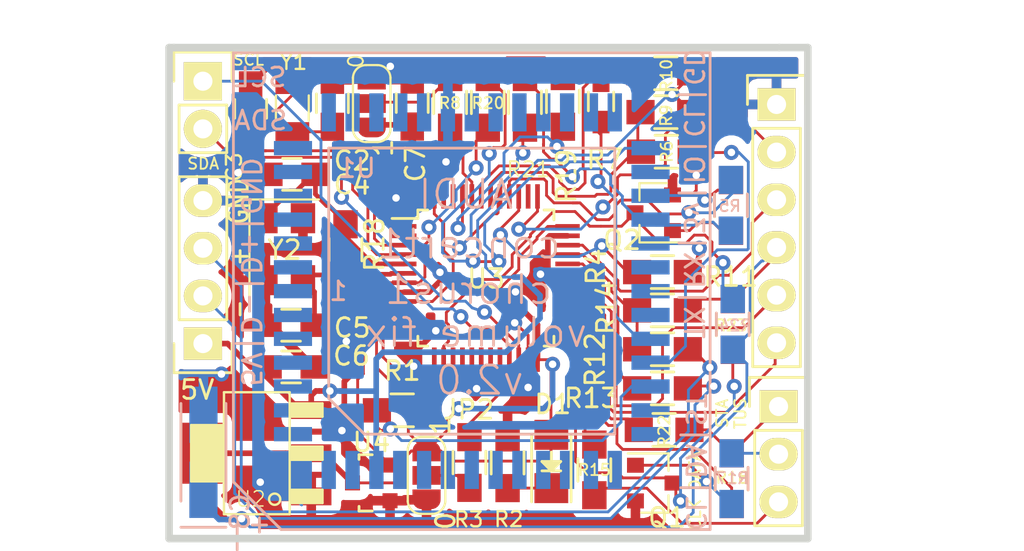
<source format=kicad_pcb>
(kicad_pcb (version 20200119) (host pcbnew "5.99.0-unknown-c3b50d3~88~ubuntu18.04.1")
  (layers (0 "F.Cu" signal) (31 "B.Cu" signal) (34 "B.Paste" user) (35 "F.Paste" user) (36 "B.SilkS" user) (37 "F.SilkS" user) (38 "B.Mask" user) (39 "F.Mask" user) (44 "Edge.Cuts" user))
  (net 0 "")
  (net 1 "GND")
  (net 2 "/OSC32IN")
  (net 3 "/OSC32OUT")
  (net 4 "/OSCIN")
  (net 5 "/OSCOUT")
  (net 6 "5V")
  (net 7 "3V3")
  (net 8 "/SDA_TO_TDA")
  (net 9 "/SCL_TO_TDA")
  (net 10 "Net-(CON2-Pad3)")
  (net 11 "Net-(CON2-Pad2)")
  (net 12 "/CLOCK_TO_PANEL")
  (net 13 "/DATA_TO_PANEL")
  (net 14 "/STATUS_TO_PANEL")
  (net 15 "/TX")
  (net 16 "/RX")
  (net 17 "/SWDIO")
  (net 18 "/SWDCLK")
  (net 19 "Net-(D1-Pad1)")
  (net 20 "/BOOT0")
  (net 21 "/BOOT1")
  (net 22 "Net-(R1-Pad2)")
  (net 23 "/GALA")
  (net 24 "Net-(R3-Pad1)")
  (net 25 "Net-(R4-Pad1)")
  (net 26 "/CLOCK_FROM_MCU")
  (net 27 "Net-(R5-Pad2)")
  (net 28 "/DATA_FROM_MCU")
  (net 29 "/SCL_FROM_MOTO")
  (net 30 "Net-(R6-Pad1)")
  (net 31 "Net-(R10-Pad1)")
  (net 32 "/SDA_FROM_MOTO")
  (net 33 "Net-(R8-Pad1)")
  (net 34 "/STATUS_FROM_MCU")
  (net 35 "/USB+")
  (net 36 "/USB-")
  (net 37 "Net-(R15-Pad2)")
  (net 38 "Net-(R16-Pad2)")
  (net 39 "Net-(R19-Pad2)")
  (net 40 "/RESET_KA")
  (net 41 "/RESET")
  (net 42 "Net-(R21-Pad2)")
  (net 43 "Net-(R22-Pad2)")
  (net 44 "Net-(Q2-Pad1)")
  (net 45 "Net-(Q1-Pad1)")
  (net 46 "Net-(Q1-Pad3)")
  (net 47 "Net-(Q2-Pad3)")
  (module "Pin_Headers.pretty:Pin_Header_Straight_1x06" (layer "F.Cu") (at 133.96468 74.15276)
    (fp_text reference "CON4" hide)
    (fp_text value "JLINK")
    (pad "6" thru_hole oval (at 0 12.7) (size 2.032 1.7272) (drill 1.016) (layers *.Cu *.Mask "F.SilkS") (net 15 "/TX"))
    (pad "5" thru_hole oval (at 0 10.16) (size 2.032 1.7272) (drill 1.016) (layers *.Cu *.Mask "F.SilkS") (net 16 "/RX"))
    (pad "4" thru_hole oval (at 0 7.62) (size 2.032 1.7272) (drill 1.016) (layers *.Cu *.Mask "F.SilkS") (net 7 "3V3"))
    (pad "3" thru_hole oval (at 0 5.08) (size 2.032 1.7272) (drill 1.016) (layers *.Cu *.Mask "F.SilkS") (net 17 "/SWDIO"))
    (pad "2" thru_hole oval (at 0 2.54) (size 2.032 1.7272) (drill 1.016) (layers *.Cu *.Mask "F.SilkS") (net 18 "/SWDCLK"))
    (pad "1" thru_hole rect (at 0 0) (size 2.032 1.7272) (drill 1.016) (layers *.Cu *.Mask "F.SilkS") (net 1 "GND"))
  )
  (module "TO_SOT_Packages_SMD:SOT-23" (layer "F.Cu") (at 127.44704 94.32544)
    (fp_text reference "Q1" (at 0.6858 1.84404) (layer "F.SilkS"))
    (fp_text value "BSS138")
    (pad "1" smd rect (at -1 -0.95) (size 0.9 0.8) (layers "F.Cu" "F.Paste" "F.Mask") (net 45 "Net-(Q1-Pad1)"))
    (pad "2" smd rect (at -1 0.95) (size 0.9 0.8) (layers "F.Cu" "F.Paste" "F.Mask") (net 1 "GND"))
    (pad "3" smd rect (at 1 0) (size 0.9 0.8) (layers "F.Cu" "F.Paste" "F.Mask") (net 46 "Net-(Q1-Pad3)"))
  )
  (module "Resistors_SMD.pretty:R_0805_HandSoldering" (layer "F.Cu") (at 131.572 94.09556 -90)
    (fp_text reference "R16" (at -0.0508 -0.0254) (layer "F.SilkS") (effects (font (size 0.6 0.6) (thickness 0.1))))
    (fp_text value "1k")
    (pad "2" smd rect (at 1.35 0 270) (size 1.5 1.3) (layers "F.Cu" "F.Paste" "F.Mask") (net 38 "Net-(R16-Pad2)"))
    (pad "1" smd rect (at -1.35 0 270) (size 1.5 1.3) (layers "F.Cu" "F.Paste" "F.Mask") (net 13 "/DATA_TO_PANEL"))
  )
  (module "Resistors_SMD.pretty:R_0805_HandSoldering" (layer "F.Cu") (at 127.9741 91.4908 180)
    (fp_text reference "R22" (at -0.0127 -0.0635 90) (layer "F.SilkS") (effects (font (size 0.6 0.6) (thickness 0.1))))
    (fp_text value "10k")
    (pad "1" smd rect (at -1.35 0 180) (size 1.5 1.3) (layers "F.Cu" "F.Paste" "F.Mask") (net 13 "/DATA_TO_PANEL"))
    (pad "2" smd rect (at 1.35 0 180) (size 1.5 1.3) (layers "F.Cu" "F.Paste" "F.Mask") (net 43 "Net-(R22-Pad2)"))
  )
  (module "Resistors_SMD.pretty:R_0805_HandSoldering" (layer "F.Cu") (at 119.634 93.2434 -90)
    (fp_text reference "R2" (at 3.0099 -0.0635) (layer "F.SilkS") (effects (font (size 0.8 0.8) (thickness 0.125))))
    (fp_text value "1k")
    (pad "2" smd rect (at 1.35 0 270) (size 1.5 1.3) (layers "F.Cu" "F.Paste" "F.Mask") (net 19 "Net-(D1-Pad1)"))
    (pad "1" smd rect (at -1.35 0 270) (size 1.5 1.3) (layers "F.Cu" "F.Paste" "F.Mask") (net 1 "GND"))
  )
  (module "Resistors_SMD.pretty:R_0805_HandSoldering" (layer "F.Cu") (at 117.602 93.2307 -90)
    (fp_text reference "R3" (at 3.0353 0.0381) (layer "F.SilkS") (effects (font (size 0.8 0.8) (thickness 0.125))))
    (fp_text value "100k")
    (pad "2" smd rect (at 1.35 0 270) (size 1.5 1.3) (layers "F.Cu" "F.Paste" "F.Mask") (net 21 "/BOOT1"))
    (pad "1" smd rect (at -1.35 0 270) (size 1.5 1.3) (layers "F.Cu" "F.Paste" "F.Mask") (net 24 "Net-(R3-Pad1)"))
  )
  (module "Resistors_SMD.pretty:R_0805_HandSoldering" (layer "F.Cu") (at 128.0668 74.5617 180)
    (fp_text reference "R9" (at -0.01652 -0.18288 270) (layer "F.SilkS") (effects (font (size 0.6 0.6) (thickness 0.1))))
    (fp_text value "47k")
    (pad "2" smd rect (at 1.35 0 180) (size 1.5 1.3) (layers "F.Cu" "F.Paste" "F.Mask") (net 30 "Net-(R6-Pad1)"))
    (pad "1" smd rect (at -1.35 0 180) (size 1.5 1.3) (layers "F.Cu" "F.Paste" "F.Mask") (net 6 "5V"))
  )
  (module "Resistors_SMD.pretty:R_0805_HandSoldering" (layer "F.Cu") (at 128.0668 72.4916)
    (fp_text reference "R10" (at 0.03176 0.11176 90) (layer "F.SilkS") (effects (font (size 0.6 0.6) (thickness 0.1))))
    (fp_text value "47k")
    (pad "1" smd rect (at -1.35 0) (size 1.5 1.3) (layers "F.Cu" "F.Paste" "F.Mask") (net 31 "Net-(R10-Pad1)"))
    (pad "2" smd rect (at 1.35 0) (size 1.5 1.3) (layers "F.Cu" "F.Paste" "F.Mask") (net 6 "5V"))
  )
  (module "Resistors_SMD.pretty:R_0805_HandSoldering" (layer "F.Cu") (at 127.8852 83.0834)
    (fp_text reference "R4" (at -3.52934 -0.28448 90) (layer "F.SilkS"))
    (fp_text value "1k")
    (pad "1" smd rect (at -1.35 0) (size 1.5 1.3) (layers "F.Cu" "F.Paste" "F.Mask") (net 25 "Net-(R4-Pad1)"))
    (pad "2" smd rect (at 1.35 0) (size 1.5 1.3) (layers "F.Cu" "F.Paste" "F.Mask") (net 26 "/CLOCK_FROM_MCU"))
  )
  (module "Resistors_SMD.pretty:R_0805_HandSoldering" (layer "B.Cu") (at 131.5339 79.52232 90)
    (fp_text reference "R5" (at -0.04064 -0.06096) (layer "B.SilkS") (effects (font (size 0.6 0.6) (thickness 0.1)) (justify mirror)))
    (fp_text value "1k")
    (pad "2" smd rect (at 1.35 0 90) (size 1.5 1.3) (layers "B.Cu" "B.Paste" "B.Mask") (net 27 "Net-(R5-Pad2)"))
    (pad "1" smd rect (at -1.35 0 90) (size 1.5 1.3) (layers "B.Cu" "B.Paste" "B.Mask") (net 28 "/DATA_FROM_MCU"))
  )
  (module "Resistors_SMD.pretty:R_0805_HandSoldering" (layer "F.Cu") (at 128.0922 76.6699)
    (fp_text reference "R6" (at 0.0254 0 90) (layer "F.SilkS") (effects (font (size 0.6 0.6) (thickness 0.1))))
    (fp_text value "1k")
    (pad "2" smd rect (at 1.35 0) (size 1.5 1.3) (layers "F.Cu" "F.Paste" "F.Mask") (net 29 "/SCL_FROM_MOTO"))
    (pad "1" smd rect (at -1.35 0) (size 1.5 1.3) (layers "F.Cu" "F.Paste" "F.Mask") (net 30 "Net-(R6-Pad1)"))
  )
  (module "Resistors_SMD.pretty:R_0805_HandSoldering" (layer "F.Cu") (at 127.88646 87.19566)
    (fp_text reference "R12" (at -3.59156 0.55626 90) (layer "F.SilkS"))
    (fp_text value "20")
    (pad "1" smd rect (at -1.35 0) (size 1.5 1.3) (layers "F.Cu" "F.Paste" "F.Mask") (net 35 "/USB+"))
    (pad "2" smd rect (at 1.35 0) (size 1.5 1.3) (layers "F.Cu" "F.Paste" "F.Mask") (net 10 "Net-(CON2-Pad3)"))
  )
  (module "Resistors_SMD.pretty:R_0805_HandSoldering" (layer "F.Cu") (at 127.889 89.281 180)
    (fp_text reference "R13" (at 3.79476 -0.52324) (layer "F.SilkS"))
    (fp_text value "20")
    (pad "2" smd rect (at 1.35 0 180) (size 1.5 1.3) (layers "F.Cu" "F.Paste" "F.Mask") (net 36 "/USB-"))
    (pad "1" smd rect (at -1.35 0 180) (size 1.5 1.3) (layers "F.Cu" "F.Paste" "F.Mask") (net 11 "Net-(CON2-Pad2)"))
  )
  (module "Resistors_SMD.pretty:R_0805_HandSoldering" (layer "F.Cu") (at 124.2568 93.6244 90)
    (fp_text reference "R15" (at 0 0 180) (layer "F.SilkS") (effects (font (size 0.6 0.6) (thickness 0.1))))
    (fp_text value "1k")
    (pad "2" smd rect (at 1.35 0 90) (size 1.5 1.3) (layers "F.Cu" "F.Paste" "F.Mask") (net 37 "Net-(R15-Pad2)"))
    (pad "1" smd rect (at -1.35 0 90) (size 1.5 1.3) (layers "F.Cu" "F.Paste" "F.Mask") (net 12 "/CLOCK_TO_PANEL"))
  )
  (module "Resistors_SMD.pretty:R_0805_HandSoldering" (layer "B.Cu") (at 131.572 94.08796 -90)
    (fp_text reference "R17" (at -0.0216 -0.0254) (layer "B.SilkS") (effects (font (size 0.6 0.6) (thickness 0.1)) (justify mirror)))
    (fp_text value "1k")
    (pad "1" smd rect (at -1.35 0 270) (size 1.5 1.3) (layers "B.Cu" "B.Paste" "B.Mask") (net 14 "/STATUS_TO_PANEL"))
    (pad "2" smd rect (at 1.35 0 270) (size 1.5 1.3) (layers "B.Cu" "B.Paste" "B.Mask") (net 45 "Net-(Q1-Pad1)"))
  )
  (module "Resistors_SMD.pretty:R_0805_HandSoldering" (layer "F.Cu") (at 110.998 81.8858 90)
    (fp_text reference "R18" (at 0.2756 1.5494 90) (layer "F.SilkS"))
    (fp_text value "1M")
    (pad "2" smd rect (at 1.35 0 90) (size 1.5 1.3) (layers "F.Cu" "F.Paste" "F.Mask") (net 4 "/OSCIN"))
    (pad "1" smd rect (at -1.35 0 90) (size 1.5 1.3) (layers "F.Cu" "F.Paste" "F.Mask") (net 5 "/OSCOUT"))
  )
  (module "Resistors_SMD.pretty:R_0805_HandSoldering" (layer "F.Cu") (at 122.5804 73.9902 -90)
    (fp_text reference "R19" (at 3.98018 -0.18796 90) (layer "F.SilkS"))
    (fp_text value "1k")
    (pad "2" smd rect (at 1.35 0 270) (size 1.5 1.3) (layers "F.Cu" "F.Paste" "F.Mask") (net 39 "Net-(R19-Pad2)"))
    (pad "1" smd rect (at -1.35 0 270) (size 1.5 1.3) (layers "F.Cu" "F.Paste" "F.Mask") (net 40 "/RESET_KA"))
  )
  (module "Resistors_SMD.pretty:R_0805_HandSoldering" (layer "F.Cu") (at 118.5799 74.041 -90)
    (fp_text reference "R20" (at 0.0381 -0.0127) (layer "F.SilkS") (effects (font (size 0.6 0.6) (thickness 0.1))))
    (fp_text value "1k")
    (pad "2" smd rect (at 1.35 0 270) (size 1.5 1.3) (layers "F.Cu" "F.Paste" "F.Mask") (net 41 "/RESET"))
    (pad "1" smd rect (at -1.35 0 270) (size 1.5 1.3) (layers "F.Cu" "F.Paste" "F.Mask") (net 40 "/RESET_KA"))
  )
  (module "Resistors_SMD.pretty:R_0805_HandSoldering" (layer "F.Cu") (at 116.5733 74.041 90)
    (fp_text reference "R8" (at -0.0381 -0.0127) (layer "F.SilkS") (effects (font (size 0.6 0.6) (thickness 0.1))))
    (fp_text value "100k")
    (pad "1" smd rect (at -1.35 0 90) (size 1.5 1.3) (layers "F.Cu" "F.Paste" "F.Mask") (net 33 "Net-(R8-Pad1)"))
    (pad "2" smd rect (at 1.35 0 90) (size 1.5 1.3) (layers "F.Cu" "F.Paste" "F.Mask") (net 20 "/BOOT0"))
  )
  (module "Resistors_SMD.pretty:R_0805_HandSoldering" (layer "F.Cu") (at 127.8852 85.12302 180)
    (fp_text reference "R14" (at 2.97054 0.14986 90) (layer "F.SilkS"))
    (fp_text value "1k5")
    (pad "1" smd rect (at -1.35 0 180) (size 1.5 1.3) (layers "F.Cu" "F.Paste" "F.Mask") (net 7 "3V3"))
    (pad "2" smd rect (at 1.35 0 180) (size 1.5 1.3) (layers "F.Cu" "F.Paste" "F.Mask") (net 35 "/USB+"))
  )
  (module "Resistors_SMD.pretty:R_0805_HandSoldering" (layer "F.Cu") (at 114.0206 90.4494)
    (fp_text reference "R1" (at 0 -2.1) (layer "F.SilkS"))
    (fp_text value "1k")
    (pad "1" smd rect (at -1.35 0) (size 1.5 1.3) (layers "F.Cu" "F.Paste" "F.Mask") (net 23 "/GALA"))
    (pad "2" smd rect (at 1.35 0) (size 1.5 1.3) (layers "F.Cu" "F.Paste" "F.Mask") (net 22 "Net-(R1-Pad2)"))
  )
  (module "Resistors_SMD.pretty:R_0805_HandSoldering" (layer "F.Cu") (at 120.5611 74.041 -90)
    (fp_text reference "R21" (at 3.5687 -0.1778 180) (layer "F.SilkS") (effects (font (size 0.8 0.8) (thickness 0.1))))
    (fp_text value "10k")
    (pad "2" smd rect (at 1.35 0 270) (size 1.5 1.3) (layers "F.Cu" "F.Paste" "F.Mask") (net 42 "Net-(R21-Pad2)"))
    (pad "1" smd rect (at -1.35 0 270) (size 1.5 1.3) (layers "F.Cu" "F.Paste" "F.Mask") (net 28 "/DATA_FROM_MCU"))
  )
  (module "Resistors_SMD.pretty:R_0805_HandSoldering" (layer "F.Cu") (at 131.53644 79.53628 90)
    (fp_text reference "R11" (at -3.80492 -0.01778) (layer "F.SilkS"))
    (fp_text value "1k")
    (pad "2" smd rect (at 1.35 0 90) (size 1.5 1.3) (layers "F.Cu" "F.Paste" "F.Mask") (net 34 "/STATUS_FROM_MCU"))
    (pad "1" smd rect (at -1.35 0 90) (size 1.5 1.3) (layers "F.Cu" "F.Paste" "F.Mask") (net 44 "Net-(Q2-Pad1)"))
  )
  (module "Resistors_SMD.pretty:R_0805_HandSoldering" (layer "F.Cu") (at 131.63296 85.8774 90)
    (fp_text reference "R23" (at -0.04826 -0.09398 180) (layer "F.SilkS") (effects (font (size 0.6 0.6) (thickness 0.1))))
    (fp_text value "10k")
    (pad "2" smd rect (at 1.35 0 90) (size 1.5 1.3) (layers "F.Cu" "F.Paste" "F.Mask") (net 7 "3V3"))
    (pad "1" smd rect (at -1.35 0 90) (size 1.5 1.3) (layers "F.Cu" "F.Paste" "F.Mask") (net 46 "Net-(Q1-Pad3)"))
  )
  (module "Resistors_SMD.pretty:R_0805_HandSoldering" (layer "B.Cu") (at 131.63296 85.8647 -90)
    (fp_text reference "R24" (at 0.0635 -0.1163 180) (layer "B.SilkS") (effects (font (size 0.6 0.6) (thickness 0.1)) (justify mirror)))
    (fp_text value "10k")
    (pad "2" smd rect (at 1.35 0 270) (size 1.5 1.3) (layers "B.Cu" "B.Paste" "B.Mask") (net 7 "3V3"))
    (pad "1" smd rect (at -1.35 0 270) (size 1.5 1.3) (layers "B.Cu" "B.Paste" "B.Mask") (net 47 "Net-(Q2-Pad3)"))
  )
  (module "Resistors_SMD.pretty:R_0603_HandSoldering" (layer "F.Cu") (at 124.6124 73.9902 -90)
    (fp_text reference "R7" (at 3.07468 -0.2032) (layer "F.SilkS"))
    (fp_text value "1k")
    (pad "2" smd rect (at 1.1 0 270) (size 1.2 0.9) (layers "F.Cu" "F.Paste" "F.Mask") (net 32 "/SDA_FROM_MOTO"))
    (pad "1" smd rect (at -1.1 0 270) (size 1.2 0.9) (layers "F.Cu" "F.Paste" "F.Mask") (net 31 "Net-(R10-Pad1)"))
  )
  (module "TO_SOT_Packages_SMD:SOT-23" (layer "F.Cu") (at 127.42164 79.92364 180)
    (fp_text reference "Q2" (at 1.68656 -1.45796) (layer "F.SilkS"))
    (fp_text value "BSS138")
    (pad "1" smd rect (at -1 -0.95 180) (size 0.9 0.8) (layers "F.Cu" "F.Paste" "F.Mask") (net 44 "Net-(Q2-Pad1)"))
    (pad "2" smd rect (at -1 0.95 180) (size 0.9 0.8) (layers "F.Cu" "F.Paste" "F.Mask") (net 1 "GND"))
    (pad "3" smd rect (at 1 0 180) (size 0.9 0.8) (layers "F.Cu" "F.Paste" "F.Mask") (net 47 "Net-(Q2-Pad3)"))
  )
  (module "Housings_QFP:LQFP-48_7x7mm_Pitch0.5mm" (layer "F.Cu") (at 118.4783 83.4009)
    (fp_text reference "U3" (at 0.0127 0.0381) (layer "F.SilkS"))
    (fp_text value "STM32F103C8Tx")
    (pad "48" smd rect (at -2.75 -4.35 90) (size 1.3 0.25) (layers "F.Cu" "F.Paste" "F.Mask") (net 7 "3V3"))
    (pad "47" smd rect (at -2.25 -4.35 90) (size 1.3 0.25) (layers "F.Cu" "F.Paste" "F.Mask") (net 1 "GND"))
    (pad "46" smd rect (at -1.75 -4.35 90) (size 1.3 0.25) (layers "F.Cu" "F.Paste" "F.Mask"))
    (pad "45" smd rect (at -1.25 -4.35 90) (size 1.3 0.25) (layers "F.Cu" "F.Paste" "F.Mask") (net 39 "Net-(R19-Pad2)"))
    (pad "44" smd rect (at -0.75 -4.35 90) (size 1.3 0.25) (layers "F.Cu" "F.Paste" "F.Mask") (net 33 "Net-(R8-Pad1)"))
    (pad "43" smd rect (at -0.25 -4.35 90) (size 1.3 0.25) (layers "F.Cu" "F.Paste" "F.Mask") (net 31 "Net-(R10-Pad1)"))
    (pad "42" smd rect (at 0.25 -4.35 90) (size 1.3 0.25) (layers "F.Cu" "F.Paste" "F.Mask") (net 30 "Net-(R6-Pad1)"))
    (pad "41" smd rect (at 0.75 -4.35 90) (size 1.3 0.25) (layers "F.Cu" "F.Paste" "F.Mask") (net 42 "Net-(R21-Pad2)"))
    (pad "40" smd rect (at 1.25 -4.35 90) (size 1.3 0.25) (layers "F.Cu" "F.Paste" "F.Mask") (net 27 "Net-(R5-Pad2)"))
    (pad "39" smd rect (at 1.75 -4.35 90) (size 1.3 0.25) (layers "F.Cu" "F.Paste" "F.Mask") (net 25 "Net-(R4-Pad1)"))
    (pad "38" smd rect (at 2.25 -4.35 90) (size 1.3 0.25) (layers "F.Cu" "F.Paste" "F.Mask"))
    (pad "37" smd rect (at 2.75 -4.35 90) (size 1.3 0.25) (layers "F.Cu" "F.Paste" "F.Mask") (net 18 "/SWDCLK"))
    (pad "36" smd rect (at 4.35 -2.75) (size 1.3 0.25) (layers "F.Cu" "F.Paste" "F.Mask") (net 7 "3V3"))
    (pad "35" smd rect (at 4.35 -2.25) (size 1.3 0.25) (layers "F.Cu" "F.Paste" "F.Mask") (net 1 "GND"))
    (pad "34" smd rect (at 4.35 -1.75) (size 1.3 0.25) (layers "F.Cu" "F.Paste" "F.Mask") (net 17 "/SWDIO"))
    (pad "33" smd rect (at 4.35 -1.25) (size 1.3 0.25) (layers "F.Cu" "F.Paste" "F.Mask") (net 35 "/USB+"))
    (pad "32" smd rect (at 4.35 -0.75) (size 1.3 0.25) (layers "F.Cu" "F.Paste" "F.Mask") (net 36 "/USB-"))
    (pad "31" smd rect (at 4.35 -0.25) (size 1.3 0.25) (layers "F.Cu" "F.Paste" "F.Mask") (net 16 "/RX"))
    (pad "30" smd rect (at 4.35 0.25) (size 1.3 0.25) (layers "F.Cu" "F.Paste" "F.Mask") (net 15 "/TX"))
    (pad "29" smd rect (at 4.35 0.75) (size 1.3 0.25) (layers "F.Cu" "F.Paste" "F.Mask"))
    (pad "28" smd rect (at 4.35 1.25) (size 1.3 0.25) (layers "F.Cu" "F.Paste" "F.Mask") (net 43 "Net-(R22-Pad2)"))
    (pad "27" smd rect (at 4.35 1.75) (size 1.3 0.25) (layers "F.Cu" "F.Paste" "F.Mask") (net 38 "Net-(R16-Pad2)"))
    (pad "26" smd rect (at 4.35 2.25) (size 1.3 0.25) (layers "F.Cu" "F.Paste" "F.Mask") (net 37 "Net-(R15-Pad2)"))
    (pad "25" smd rect (at 4.35 2.75) (size 1.3 0.25) (layers "F.Cu" "F.Paste" "F.Mask") (net 46 "Net-(Q1-Pad3)"))
    (pad "24" smd rect (at 2.75 4.35 90) (size 1.3 0.25) (layers "F.Cu" "F.Paste" "F.Mask") (net 7 "3V3"))
    (pad "23" smd rect (at 2.25 4.35 90) (size 1.3 0.25) (layers "F.Cu" "F.Paste" "F.Mask") (net 1 "GND"))
    (pad "22" smd rect (at 1.75 4.35 90) (size 1.3 0.25) (layers "F.Cu" "F.Paste" "F.Mask") (net 8 "/SDA_TO_TDA"))
    (pad "21" smd rect (at 1.25 4.35 90) (size 1.3 0.25) (layers "F.Cu" "F.Paste" "F.Mask") (net 9 "/SCL_TO_TDA"))
    (pad "20" smd rect (at 0.75 4.35 90) (size 1.3 0.25) (layers "F.Cu" "F.Paste" "F.Mask") (net 24 "Net-(R3-Pad1)"))
    (pad "19" smd rect (at 0.25 4.35 90) (size 1.3 0.25) (layers "F.Cu" "F.Paste" "F.Mask"))
    (pad "18" smd rect (at -0.25 4.35 90) (size 1.3 0.25) (layers "F.Cu" "F.Paste" "F.Mask"))
    (pad "17" smd rect (at -0.75 4.35 90) (size 1.3 0.25) (layers "F.Cu" "F.Paste" "F.Mask"))
    (pad "16" smd rect (at -1.25 4.35 90) (size 1.3 0.25) (layers "F.Cu" "F.Paste" "F.Mask"))
    (pad "15" smd rect (at -1.75 4.35 90) (size 1.3 0.25) (layers "F.Cu" "F.Paste" "F.Mask"))
    (pad "14" smd rect (at -2.25 4.35 90) (size 1.3 0.25) (layers "F.Cu" "F.Paste" "F.Mask") (net 47 "Net-(Q2-Pad3)"))
    (pad "13" smd rect (at -2.75 4.35 90) (size 1.3 0.25) (layers "F.Cu" "F.Paste" "F.Mask"))
    (pad "12" smd rect (at -4.35 2.75) (size 1.3 0.25) (layers "F.Cu" "F.Paste" "F.Mask"))
    (pad "11" smd rect (at -4.35 2.25) (size 1.3 0.25) (layers "F.Cu" "F.Paste" "F.Mask"))
    (pad "10" smd rect (at -4.35 1.75) (size 1.3 0.25) (layers "F.Cu" "F.Paste" "F.Mask") (net 22 "Net-(R1-Pad2)"))
    (pad "9" smd rect (at -4.35 1.25) (size 1.3 0.25) (layers "F.Cu" "F.Paste" "F.Mask") (net 7 "3V3"))
    (pad "8" smd rect (at -4.35 0.75) (size 1.3 0.25) (layers "F.Cu" "F.Paste" "F.Mask") (net 1 "GND"))
    (pad "7" smd rect (at -4.35 0.25) (size 1.3 0.25) (layers "F.Cu" "F.Paste" "F.Mask") (net 41 "/RESET"))
    (pad "6" smd rect (at -4.35 -0.25) (size 1.3 0.25) (layers "F.Cu" "F.Paste" "F.Mask") (net 5 "/OSCOUT"))
    (pad "5" smd rect (at -4.35 -0.75) (size 1.3 0.25) (layers "F.Cu" "F.Paste" "F.Mask") (net 4 "/OSCIN"))
    (pad "4" smd rect (at -4.35 -1.25) (size 1.3 0.25) (layers "F.Cu" "F.Paste" "F.Mask") (net 3 "/OSC32OUT"))
    (pad "3" smd rect (at -4.35 -1.75) (size 1.3 0.25) (layers "F.Cu" "F.Paste" "F.Mask") (net 2 "/OSC32IN"))
    (pad "2" smd rect (at -4.35 -2.25) (size 1.3 0.25) (layers "F.Cu" "F.Paste" "F.Mask"))
    (pad "1" smd rect (at -4.35 -2.75) (size 1.3 0.25) (layers "F.Cu" "F.Paste" "F.Mask"))
  )
  (module "Capacitors_SMD.pretty:C_0805_HandSoldering" (layer "F.Cu") (at 110.2995 74.0918 90)
    (fp_text reference "C2" (at -3.0607 1.0541 180) (layer "F.SilkS"))
    (fp_text value "22p")
    (pad "2" smd rect (at 1.25 0 90) (size 1.5 1.25) (layers "F.Cu" "F.Paste" "F.Mask") (net 1 "GND"))
    (pad "1" smd rect (at -1.25 0 90) (size 1.5 1.25) (layers "F.Cu" "F.Paste" "F.Mask") (net 2 "/OSC32IN"))
  )
  (module "Capacitors_SMD.pretty:C_0805_HandSoldering" (layer "F.Cu") (at 105.9434 74.3839 -90)
    (fp_text reference "C3" (at 3.10642 0.87884 90) (layer "F.SilkS") (effects (font (size 0.8 0.8) (thickness 0.125))))
    (fp_text value "22p")
    (pad "1" smd rect (at -1.25 0 270) (size 1.5 1.25) (layers "F.Cu" "F.Paste" "F.Mask") (net 1 "GND"))
    (pad "2" smd rect (at 1.25 0 270) (size 1.5 1.25) (layers "F.Cu" "F.Paste" "F.Mask") (net 3 "/OSC32OUT"))
  )
  (module "Capacitors_SMD.pretty:C_0805_HandSoldering" (layer "F.Cu") (at 108.1459 77.8764 180)
    (fp_text reference "C4" (at -3.20008 -0.56134 180) (layer "F.SilkS"))
    (fp_text value "22p")
    (pad "1" smd rect (at -1.25 0 180) (size 1.5 1.25) (layers "F.Cu" "F.Paste" "F.Mask") (net 4 "/OSCIN"))
    (pad "2" smd rect (at 1.25 0 180) (size 1.5 1.25) (layers "F.Cu" "F.Paste" "F.Mask") (net 1 "GND"))
  )
  (module "Capacitors_SMD.pretty:C_0805_HandSoldering" (layer "F.Cu") (at 108.097 85.9155)
    (fp_text reference "C5" (at 3.2566 0.1397) (layer "F.SilkS"))
    (fp_text value "22p")
    (pad "2" smd rect (at 1.25 0) (size 1.5 1.25) (layers "F.Cu" "F.Paste" "F.Mask") (net 5 "/OSCOUT"))
    (pad "1" smd rect (at -1.25 0) (size 1.5 1.25) (layers "F.Cu" "F.Paste" "F.Mask") (net 1 "GND"))
  )
  (module "Capacitors_SMD.pretty:C_0805_HandSoldering" (layer "F.Cu") (at 108.1024 88.138)
    (fp_text reference "C6" (at 3.2131 -0.59182 -180) (layer "F.SilkS"))
    (fp_text value "100n")
    (pad "1" smd rect (at -1.25 0) (size 1.5 1.25) (layers "F.Cu" "F.Paste" "F.Mask") (net 6 "5V"))
    (pad "2" smd rect (at 1.25 0) (size 1.5 1.25) (layers "F.Cu" "F.Paste" "F.Mask") (net 1 "GND"))
  )
  (module "Capacitors_SMD.pretty:C_0805_HandSoldering" (layer "F.Cu") (at 114.554 74.0791 90)
    (fp_text reference "C7" (at -3.2385 0.1651 90) (layer "F.SilkS"))
    (fp_text value "100n")
    (pad "2" smd rect (at 1.25 0 90) (size 1.5 1.25) (layers "F.Cu" "F.Paste" "F.Mask") (net 1 "GND"))
    (pad "1" smd rect (at -1.25 0 90) (size 1.5 1.25) (layers "F.Cu" "F.Paste" "F.Mask") (net 7 "3V3"))
  )
  (module "Jumper:SolderJumper-3_P1.3mm_Open_RoundedPad1.0x1.5mm_NumberLabels" (layer "F.Cu") (at 112.395 74.1045 -90)
    (fp_text reference "JP1" hide)
    (fp_text value "SolderJumper_3_Open" hide)
    (fp_text user "1" (at 2.3576 -0.6096 -90) (layer "F.SilkS"))
    (fp_text user "0" (at -2.2606 0.8382 90) (layer "F.SilkS") (effects (font (size 0.8 0.8) (thickness 0.1))))
    (pad "1" smd roundrect (at -1.3 0 270) (size 1 1.5) (layers "F.Cu" "F.Mask") (roundrect_rratio 0.5) (net 1 "GND"))
    (pad "1" smd rect (at -1 0 270) (size 0.5 1.5) (layers "F.Cu" "F.Mask") (net 1 "GND"))
    (pad "2" smd rect (at 0 0 270) (size 1 1.5) (layers "F.Cu" "F.Mask") (net 20 "/BOOT0"))
    (pad "3" smd roundrect (at 1.3 0 270) (size 1 1.5) (layers "F.Cu" "F.Mask") (roundrect_rratio 0.5) (net 7 "3V3"))
    (pad "3" smd rect (at 1 0 270) (size 0.5 1.5) (layers "F.Cu" "F.Mask") (net 7 "3V3"))
  )
  (module "Jumper:SolderJumper-3_P1.3mm_Open_RoundedPad1.0x1.5mm_NumberLabels" (layer "F.Cu") (at 115.316 93.9165 90)
    (fp_text reference "JP2" (at 3.5052 2.2479 180) (layer "F.SilkS"))
    (fp_text value "SolderJumper_3_Open" hide)
    (fp_text user "0" (at -2.42824 1.01854 90) (layer "F.SilkS"))
    (fp_text user "1" (at 2.63144 0.74168 90) (layer "F.SilkS"))
    (pad "3" smd rect (at 1 0 90) (size 0.5 1.5) (layers "F.Cu" "F.Mask") (net 7 "3V3"))
    (pad "3" smd roundrect (at 1.3 0 90) (size 1 1.5) (layers "F.Cu" "F.Mask") (roundrect_rratio 0.5) (net 7 "3V3"))
    (pad "2" smd rect (at 0 0 90) (size 1 1.5) (layers "F.Cu" "F.Mask") (net 21 "/BOOT1"))
    (pad "1" smd rect (at -1 0 90) (size 0.5 1.5) (layers "F.Cu" "F.Mask") (net 1 "GND"))
    (pad "1" smd roundrect (at -1.3 0 90) (size 1 1.5) (layers "F.Cu" "F.Mask") (roundrect_rratio 0.5) (net 1 "GND"))
  )
  (module "TO_SOT_Packages_SMD.pretty:SOT-23" (layer "F.Cu") (at 112.3696 94.31528 90)
    (fp_text reference "U4" (at 2.16408 0.0127 180) (layer "F.SilkS"))
    (fp_text value "MAX809")
    (pad "3" smd rect (at 0 -0.99822 90) (size 0.8001 0.8001) (layers "F.Cu" "F.Paste" "F.Mask") (net 7 "3V3"))
    (pad "2" smd rect (at 0.95 1.00076 90) (size 0.8001 0.8001) (layers "F.Cu" "F.Paste" "F.Mask") (net 41 "/RESET"))
    (pad "1" smd rect (at -0.95 1.00076 90) (size 0.8001 0.8001) (layers "F.Cu" "F.Paste" "F.Mask") (net 1 "GND"))
  )
  (module "Pin_Headers.pretty:Pin_Header_Straight_1x03" (layer "F.Cu") (at 134.07136 90.2462)
    (fp_text reference "CON3" hide)
    (fp_text value "SPI_TO_PANEL")
    (pad "1" thru_hole rect (at 0 0) (size 2.032 1.7272) (drill 1.016) (layers *.Cu *.Mask "F.SilkS") (net 13 "/DATA_TO_PANEL"))
    (pad "2" thru_hole oval (at 0 2.54) (size 2.032 1.7272) (drill 1.016) (layers *.Cu *.Mask "F.SilkS") (net 14 "/STATUS_TO_PANEL"))
    (pad "3" thru_hole oval (at 0 5.08) (size 2.032 1.7272) (drill 1.016) (layers *.Cu *.Mask "F.SilkS") (net 12 "/CLOCK_TO_PANEL"))
  )
  (module "Pin_Headers.pretty:Pin_Header_Straight_1x04" (layer "F.Cu") (at 103.4034 86.8934 180)
    (fp_text reference "CON2" hide)
    (fp_text value "USB")
    (pad "4" thru_hole oval (at 0 7.62 180) (size 2.032 1.7272) (drill 1.016) (layers *.Cu *.Mask "F.SilkS") (net 1 "GND"))
    (pad "3" thru_hole oval (at 0 5.08 180) (size 2.032 1.7272) (drill 1.016) (layers *.Cu *.Mask "F.SilkS") (net 10 "Net-(CON2-Pad3)"))
    (pad "2" thru_hole oval (at 0 2.54 180) (size 2.032 1.7272) (drill 1.016) (layers *.Cu *.Mask "F.SilkS") (net 11 "Net-(CON2-Pad2)"))
    (pad "1" thru_hole rect (at 0 0 180) (size 2.032 1.7272) (drill 1.016) (layers *.Cu *.Mask "F.SilkS") (net 6 "5V"))
  )
  (module "Crystals:Crystal_SMD_5032-4pin_5.0x3.2mm" (layer "F.Cu") (at 107.7308 81.8652 -90)
    (fp_text reference "Y2" (at 0.0371 -0.01854) (layer "F.SilkS"))
    (fp_text value "8MHz")
    (pad "1" smd rect (at -1.65 1 270) (size 1.6 1.3) (layers "F.Cu" "F.Paste" "F.Mask") (net 4 "/OSCIN"))
    (pad "2" smd rect (at 1.65 1 270) (size 1.6 1.3) (layers "F.Cu" "F.Paste" "F.Mask") (net 1 "GND"))
    (pad "3" smd rect (at 1.65 -1 270) (size 1.6 1.3) (layers "F.Cu" "F.Paste" "F.Mask") (net 5 "/OSCOUT"))
    (pad "4" smd rect (at -1.65 -1 270) (size 1.6 1.3) (layers "F.Cu" "F.Paste" "F.Mask") (net 1 "GND"))
  )
  (module "Crystals:Crystal_SMD_3215-2pin_3.2x1.5mm" (layer "F.Cu") (at 108.1659 74.3458 -90)
    (fp_text reference "Y1" (at -2.4511 -0.0635) (layer "F.SilkS") (effects (font (size 0.8 0.8) (thickness 0.125))))
    (fp_text value "32.768kHz")
    (pad "1" smd rect (at 1.25 0 270) (size 1 1.8) (layers "F.Cu" "F.Paste" "F.Mask") (net 2 "/OSC32IN"))
    (pad "2" smd rect (at -1.25 0 270) (size 1 1.8) (layers "F.Cu" "F.Paste" "F.Mask") (net 3 "/OSC32OUT"))
  )
  (module "LEDs.pretty:LED-1206" (layer "F.Cu") (at 121.96572 93.17482 90)
    (fp_text reference "D1" (at 3.048 0.0762 -180) (layer "F.SilkS"))
    (fp_text value "red")
    (pad "1" smd rect (at -1.41986 0 270) (size 1.59766 1.80086) (layers "F.Cu" "F.Paste" "F.Mask") (net 19 "Net-(D1-Pad1)"))
    (pad "2" smd rect (at 1.41986 0 270) (size 1.59766 1.80086) (layers "F.Cu" "F.Paste" "F.Mask") (net 7 "3V3"))
  )
  (module "Pin_Headers.pretty:Pin_Header_Straight_1x02" (layer "F.Cu") (at 103.40086 72.91324)
    (fp_text reference "CON1" hide)
    (fp_text value "I2C_to_TDA")
    (pad "2" thru_hole oval (at 0 2.54) (size 2.032 2.032) (drill 1.016) (layers *.Cu *.Mask "F.SilkS") (net 8 "/SDA_TO_TDA"))
    (pad "1" thru_hole rect (at 0 0) (size 2.032 2.032) (drill 1.016) (layers *.Cu *.Mask "F.SilkS") (net 9 "/SCL_TO_TDA"))
  )
  (module "modules:PLCC-52_mirrored" (layer "F.Cu") (at 117.724601 84.0994)
    (fp_text reference "U1" (at -6.117001 -6.5532) (layer "B.SilkS") (effects (justify mirror)))
    (fp_text value "68HC05_PLCC")
    (fp_text user "1" (at -7.112 0) (layer "B.SilkS") (effects (justify mirror)))
    (pad "52" smd rect (at -9.525 -1.27) (size 2.032 0.762) (layers "B.Cu" "B.Paste" "B.Mask"))
    (pad "51" smd rect (at -9.525 -2.54) (size 2.032 0.762) (layers "B.Cu" "B.Paste" "B.Mask"))
    (pad "50" smd rect (at -9.525 -3.81) (size 2.032 0.762) (layers "B.Cu" "B.Paste" "B.Mask"))
    (pad "49" smd rect (at -9.525 -5.08) (size 2.032 0.762) (layers "B.Cu" "B.Paste" "B.Mask"))
    (pad "48" smd rect (at -9.525 -6.35) (size 2.032 0.762) (layers "B.Cu" "B.Paste" "B.Mask"))
    (pad "47" smd rect (at -9.525 -7.62) (size 2.032 0.762) (layers "B.Cu" "B.Paste" "B.Mask"))
    (pad "46" smd rect (at -7.62 -9.525) (size 0.762 2.032) (layers "B.Cu" "B.Paste" "B.Mask"))
    (pad "45" smd rect (at -6.35 -9.525) (size 0.762 2.032) (layers "B.Cu" "B.Paste" "B.Mask"))
    (pad "44" smd rect (at -5.08 -9.525) (size 0.762 2.032) (layers "B.Cu" "B.Paste" "B.Mask"))
    (pad "43" smd rect (at -3.81 -9.525) (size 0.762 2.032) (layers "B.Cu" "B.Paste" "B.Mask"))
    (pad "42" smd rect (at -2.54 -9.525) (size 0.762 2.032) (layers "B.Cu" "B.Paste" "B.Mask"))
    (pad "41" smd rect (at -1.27 -9.525) (size 0.762 2.032) (layers "B.Cu" "B.Paste" "B.Mask") (net 1 "GND"))
    (pad "40" smd rect (at 0 -9.525) (size 0.762 2.032) (layers "B.Cu" "B.Paste" "B.Mask"))
    (pad "39" smd rect (at 1.27 -9.525) (size 0.762 2.032) (layers "B.Cu" "B.Paste" "B.Mask"))
    (pad "38" smd rect (at 2.54 -9.525) (size 0.762 2.032) (layers "B.Cu" "B.Paste" "B.Mask"))
    (pad "37" smd rect (at 3.81 -9.525) (size 0.762 2.032) (layers "B.Cu" "B.Paste" "B.Mask"))
    (pad "36" smd rect (at 5.08 -9.525) (size 0.762 2.032) (layers "B.Cu" "B.Paste" "B.Mask"))
    (pad "35" smd rect (at 6.35 -9.525) (size 0.762 2.032) (layers "B.Cu" "B.Paste" "B.Mask"))
    (pad "34" smd rect (at 7.62 -9.525) (size 0.762 2.032) (layers "B.Cu" "B.Paste" "B.Mask"))
    (pad "33" smd rect (at 9.525 -7.62) (size 2.032 0.762) (layers "B.Cu" "B.Paste" "B.Mask") (net 40 "/RESET_KA"))
    (pad "32" smd rect (at 9.525 -6.35) (size 2.032 0.762) (layers "B.Cu" "B.Paste" "B.Mask"))
    (pad "31" smd rect (at 9.525 -5.08) (size 2.032 0.762) (layers "B.Cu" "B.Paste" "B.Mask") (net 34 "/STATUS_FROM_MCU"))
    (pad "30" smd rect (at 9.525 -3.81) (size 2.032 0.762) (layers "B.Cu" "B.Paste" "B.Mask") (net 28 "/DATA_FROM_MCU"))
    (pad "29" smd rect (at 9.525 -2.54) (size 2.032 0.762) (layers "B.Cu" "B.Paste" "B.Mask") (net 26 "/CLOCK_FROM_MCU"))
    (pad "28" smd rect (at 9.525 -1.27) (size 2.032 0.762) (layers "B.Cu" "B.Paste" "B.Mask"))
    (pad "27" smd rect (at 9.525 0) (size 2.032 0.762) (layers "B.Cu" "B.Paste" "B.Mask"))
    (pad "26" smd rect (at 9.525 1.27) (size 2.032 0.762) (layers "B.Cu" "B.Paste" "B.Mask"))
    (pad "25" smd rect (at 9.525 2.54) (size 2.032 0.762) (layers "B.Cu" "B.Paste" "B.Mask") (net 32 "/SDA_FROM_MOTO"))
    (pad "24" smd rect (at 9.525 3.81) (size 2.032 0.762) (layers "B.Cu" "B.Paste" "B.Mask") (net 29 "/SCL_FROM_MOTO"))
    (pad "23" smd rect (at 9.525 5.08) (size 2.032 0.762) (layers "B.Cu" "B.Paste" "B.Mask") (net 23 "/GALA"))
    (pad "22" smd rect (at 9.525 6.35) (size 2.032 0.762) (layers "B.Cu" "B.Paste" "B.Mask"))
    (pad "21" smd rect (at 9.525 7.62) (size 2.032 0.762) (layers "B.Cu" "B.Paste" "B.Mask"))
    (pad "20" smd rect (at 7.62 9.525) (size 0.762 2.032) (layers "B.Cu" "B.Paste" "B.Mask"))
    (pad "19" smd rect (at 6.35 9.525) (size 0.762 2.032) (layers "B.Cu" "B.Paste" "B.Mask"))
    (pad "18" smd rect (at 5.08 9.525) (size 0.762 2.032) (layers "B.Cu" "B.Paste" "B.Mask"))
    (pad "17" smd rect (at 3.81 9.525) (size 0.762 2.032) (layers "B.Cu" "B.Paste" "B.Mask"))
    (pad "16" smd rect (at 2.54 9.525) (size 0.762 2.032) (layers "B.Cu" "B.Paste" "B.Mask"))
    (pad "15" smd rect (at 1.27 9.525) (size 0.762 2.032) (layers "B.Cu" "B.Paste" "B.Mask"))
    (pad "14" smd rect (at 0 9.525) (size 0.762 2.032) (layers "B.Cu" "B.Paste" "B.Mask"))
    (pad "13" smd rect (at -1.27 9.525) (size 0.762 2.032) (layers "B.Cu" "B.Paste" "B.Mask"))
    (pad "12" smd rect (at -2.54 9.525) (size 0.762 2.032) (layers "B.Cu" "B.Paste" "B.Mask"))
    (pad "11" smd rect (at -3.81 9.525) (size 0.762 2.032) (layers "B.Cu" "B.Paste" "B.Mask"))
    (pad "10" smd rect (at -5.08 9.525) (size 0.762 2.032) (layers "B.Cu" "B.Paste" "B.Mask") (net 6 "5V"))
    (pad "9" smd rect (at -6.35 9.525) (size 0.762 2.032) (layers "B.Cu" "B.Paste" "B.Mask"))
    (pad "8" smd rect (at -7.62 9.525) (size 0.762 2.032) (layers "B.Cu" "B.Paste" "B.Mask"))
    (pad "7" smd rect (at -9.525 7.62) (size 2.032 0.762) (layers "B.Cu" "B.Paste" "B.Mask"))
    (pad "6" smd rect (at -9.525 6.35) (size 2.032 0.762) (layers "B.Cu" "B.Paste" "B.Mask"))
    (pad "5" smd rect (at -9.525 5.08) (size 2.032 0.762) (layers "B.Cu" "B.Paste" "B.Mask"))
    (pad "4" smd rect (at -9.525 3.81) (size 2.032 0.762) (layers "B.Cu" "B.Paste" "B.Mask"))
    (pad "3" smd rect (at -9.525 2.54) (size 2.032 0.762) (layers "B.Cu" "B.Paste" "B.Mask"))
    (pad "2" smd rect (at -9.525 1.27) (size 2.032 0.762) (layers "B.Cu" "B.Paste" "B.Mask"))
    (pad "1" smd rect (at -9.525 0) (size 2.032 0.762) (layers "B.Cu" "B.Paste" "B.Mask"))
  )
  (module "ab2_sot.mod:AB2_SOT223" (layer "F.Cu") (at 106.2736 92.7354 90)
    (fp_text reference "U2" (at -2.4384 -0.3302 180) (layer "F.SilkS") (effects (font (size 0.8128 0.8128) (thickness 0.0762))))
    (fp_text value "AP1117-33")
    (pad "3" smd rect (at 2.3 2.9 90) (size 0.95 2.15) (layers "F.Cu" "F.Paste" "F.Mask") (net 6 "5V"))
    (pad "2" smd rect (at 0 2.9 90) (size 0.95 2.15) (layers "F.Cu" "F.Paste" "F.Mask") (net 7 "3V3"))
    (pad "1" smd rect (at -2.3 2.9 90) (size 0.95 2.15) (layers "F.Cu" "F.Paste" "F.Mask") (net 1 "GND"))
    (pad "2" smd rect (at 0 -2.9 90) (size 3.25 2.15) (layers "F.Cu" "F.Paste" "F.Mask") (net 7 "3V3"))
  )
  (module "Capacitors_Tantalum_SMD.pretty:TantalC_SizeA_EIA-3216_HandSoldering" (layer "B.Cu") (at 103.4288 92.6846 90)
    (fp_text reference "C8" (at -3.175 1.95072 90) (layer "B.SilkS") (effects (justify mirror)))
    (fp_text value "10u/16V")
    (fp_text user "+" (at -3.87604 2.91084 90) (layer "B.SilkS") (effects (justify mirror)))
    (pad "2" smd rect (at 1.99898 0 90) (size 2.99974 1.50114) (layers "B.Cu" "B.Paste" "B.Mask") (net 1 "GND"))
    (pad "1" smd rect (at -1.99898 0 90) (size 2.99974 1.50114) (layers "B.Cu" "B.Paste" "B.Mask") (net 7 "3V3"))
  )
  (gr_text "STA\nTUS" (at 131.55168 90.61704 90) (layer "F.SilkS") (effects (font (size 0.6 0.6) (thickness 0.1))))
  (gr_text "CLK DATA" (at 129.62636 94.74708 90) (layer "F.SilkS") (effects (font (size 0.6 0.6) (thickness 0.1))))
  (gr_text "5V" (at 103.0986 89.3572) (layer "F.SilkS") (effects (font (size 1 1))))
  (gr_text "v2.0" (at 118.1481 88.8492) (layer "B.SilkS") (effects (font (size 1.5 1.5)) (justify mirror)))
  (gr_line (start 101.6 97.282) (end 135.63092 97.282) (layer "Edge.Cuts") (width 0.4))
  (gr_line (start 134.112 71.12) (end 101.854 71.12) (layer "Edge.Cuts") (width 0.4))
  (gr_line (start 101.854 71.12) (end 101.6 71.12) (layer "Edge.Cuts") (width 0.4))
  (gr_line (start 101.6 71.12) (end 101.6 97.282) (layer "Edge.Cuts") (width 0.4))
  (gr_line (start 135.63092 97.282) (end 135.63092 71.12) (layer "Edge.Cuts") (width 0.4))
  (gr_line (start 135.63092 71.12) (end 134.112 71.12) (layer "Edge.Cuts") (width 0.4))
  (gr_text "SCL" (at 105.82402 71.7677) (layer "F.SilkS") (effects (font (size 0.6 0.6) (thickness 0.1))))
  (gr_text "SDA" (at 103.4161 77.3049) (layer "F.SilkS") (effects (font (size 0.6 0.6) (thickness 0.1))))
  (gr_text "AUDI" (at 117.4115 78.9432) (layer "B.SilkS") (effects (font (size 1.5 1.5)) (justify mirror)))
  (gr_text "concert1" (at 117.5766 81.5975) (layer "B.SilkS") (effects (font (size 1.5 1.5)) (justify mirror)))
  (gr_text "chorus1" (at 117.5512 84.0232) (layer "B.SilkS") (effects (font (size 1.5 1.5)) (justify mirror)))
  (gr_text "volume fix" (at 117.9576 86.3092) (layer "B.SilkS") (effects (font (size 1.5 1.5)) (justify mirror)))
  (gr_text " -   +  GND" (at 105.3084 82.1309 90) (layer "F.SilkS") (effects (font (size 1 0.8))))
  (gr_text "SCL" (at 106.46156 72.7075) (layer "B.SilkS") (effects (font (size 1 1)) (justify mirror)))
  (gr_text "SDA" (at 106.47934 75.00112) (layer "B.SilkS") (effects (font (size 1 1)) (justify mirror)))
  (gr_text "5V|D-|D+|GND" (at 105.9561 83.07832 270) (layer "B.SilkS") (effects (font (size 1 1)) (justify mirror)))
  (gr_text "TX|RX|3v|IO|CL|GD" (at 129.54508 78.8924 270) (layer "B.SilkS") (effects (font (size 1 1)) (justify mirror)))
  (gr_text "CL|DA|ST" (at 129.64668 93.21292 270) (layer "B.SilkS") (effects (font (size 1 1)) (justify mirror)))
  (segment (start 129.2352 85.12302) (end 129.42824 85.12302) (width 0.3) (layer "F.Cu") (net 7))
  (segment (start 126.55804 72.43064) (end 126.55804 72.48144) (width 0.15) (layer "F.Cu") (net 31))
  (segment (start 126.49708 72.4916) (end 126.55804 72.43064) (width 0.15) (layer "F.Cu") (net 31))
  (segment (start 128.82372 74.59472) (end 129.27328 74.59472) (width 0.15) (layer "F.Cu") (net 6))
  (segment (start 129.25804 72.48144) (end 129.11836 72.48144) (width 0.15) (layer "F.Cu") (net 6))
  (segment (start 106.8524 88.7142) (end 106.8524 88.138) (width 0.3) (layer "F.Cu") (net 6))
  (segment (start 108.5736 90.4354) (end 106.8524 88.7142) (width 0.3) (layer "F.Cu") (net 6))
  (segment (start 109.1736 90.4354) (end 108.5736 90.4354) (width 0.3) (layer "F.Cu") (net 6))
  (segment (start 105.9524 88.138) (end 105.1904 87.376) (width 0.3) (layer "F.Cu") (net 6))
  (segment (start 106.8524 88.138) (end 105.9524 88.138) (width 0.3) (layer "F.Cu") (net 6))
  (segment (start 105.1904 87.3644) (end 104.7194 86.8934) (width 0.3) (layer "F.Cu") (net 6))
  (segment (start 104.7194 86.8934) (end 103.4034 86.8934) (width 0.3) (layer "F.Cu") (net 6))
  (segment (start 105.1904 87.376) (end 105.1904 87.3644) (width 0.3) (layer "F.Cu") (net 6))
  (segment (start 112.644601 92.3084) (end 112.63376 92.297559) (width 0.3) (layer "B.Cu") (net 6))
  (segment (start 112.644601 93.6244) (end 112.644601 92.3084) (width 0.3) (layer "B.Cu") (net 6))
  (segment (start 112.63376 91.65336) (end 112.63376 90.3605) (width 0.3) (layer "B.Cu") (net 6))
  (segment (start 112.63376 92.297559) (end 112.63376 91.65336) (width 0.3) (layer "B.Cu") (net 6))
  (via (at 110.16488 89.41816) (size 0.8) (drill 0.4) (layers "F.Cu" "B.Cu") (net 6))
  (segment (start 109.41584 89.41816) (end 109.599195 89.41816) (width 0.3) (layer "F.Cu") (net 6))
  (segment (start 109.1736 90.4354) (end 109.1736 89.6604) (width 0.3) (layer "F.Cu") (net 6))
  (segment (start 109.1736 89.6604) (end 109.41584 89.41816) (width 0.3) (layer "F.Cu") (net 6))
  (segment (start 109.599195 89.41816) (end 110.16488 89.41816) (width 0.3) (layer "F.Cu") (net 6))
  (segment (start 110.740725 89.42832) (end 112.63376 89.42832) (width 0.3) (layer "B.Cu") (net 6))
  (segment (start 110.730565 89.41816) (end 110.740725 89.42832) (width 0.3) (layer "B.Cu") (net 6))
  (segment (start 110.16488 89.41816) (end 110.730565 89.41816) (width 0.3) (layer "B.Cu") (net 6))
  (segment (start 112.63376 89.42832) (end 112.63376 90.3605) (width 0.3) (layer "B.Cu") (net 6))
  (segment (start 111.72901 78.54852) (end 111.72901 77.248822) (width 0.15) (layer "F.Cu") (net 2))
  (segment (start 114.1283 81.6509) (end 112.8929 81.6509) (width 0.15) (layer "F.Cu") (net 2))
  (segment (start 112.8929 81.6509) (end 112.54181 81.29981) (width 0.15) (layer "F.Cu") (net 2))
  (segment (start 112.54181 81.29981) (end 112.54181 79.36132) (width 0.15) (layer "F.Cu") (net 2))
  (segment (start 112.54181 79.36132) (end 111.72901 78.54852) (width 0.15) (layer "F.Cu") (net 2))
  (segment (start 110.7694 76.289212) (end 110.7694 75.291) (width 0.15) (layer "F.Cu") (net 2))
  (segment (start 111.023088 76.5429) (end 110.7694 76.289212) (width 0.15) (layer "F.Cu") (net 2))
  (segment (start 112.669 82.1509) (end 114.1283 82.1509) (width 0.15) (layer "F.Cu") (net 3))
  (segment (start 111.379 77.3938) (end 111.379 78.693498) (width 0.15) (layer "F.Cu") (net 3))
  (segment (start 110.6043 76.6191) (end 111.379 77.3938) (width 0.15) (layer "F.Cu") (net 3))
  (segment (start 106.3117 75.3418) (end 106.3117 76.3016) (width 0.15) (layer "F.Cu") (net 3))
  (segment (start 106.3117 76.3016) (end 106.6292 76.6191) (width 0.15) (layer "F.Cu") (net 3))
  (segment (start 106.6255 76.6191) (end 106.7562 76.6191) (width 0.15) (layer "F.Cu") (net 3))
  (segment (start 106.2355 76.2291) (end 106.6255 76.6191) (width 0.15) (layer "F.Cu") (net 3))
  (segment (start 106.2355 75.3291) (end 106.2355 76.2291) (width 0.15) (layer "F.Cu") (net 3))
  (segment (start 106.7562 76.6191) (end 110.6043 76.6191) (width 0.15) (layer "F.Cu") (net 3))
  (segment (start 106.6292 76.6191) (end 106.7562 76.6191) (width 0.15) (layer "F.Cu") (net 3))
  (segment (start 108.4707 73.3425) (end 108.4707 73.1085) (width 0.15) (layer "F.Cu") (net 3))
  (segment (start 106.4841 75.3291) (end 108.4707 73.3425) (width 0.15) (layer "F.Cu") (net 3))
  (segment (start 106.2355 75.3291) (end 106.4841 75.3291) (width 0.15) (layer "F.Cu") (net 3))
  (segment (start 109.2709 77.8764) (end 109.3959 77.8764) (width 0.25) (layer "F.Cu") (net 4))
  (segment (start 108.0446 78.7514) (end 108.3959 78.7514) (width 0.25) (layer "F.Cu") (net 4))
  (segment (start 106.7308 80.0652) (end 108.0446 78.7514) (width 0.25) (layer "F.Cu") (net 4))
  (segment (start 108.3959 78.7514) (end 109.2709 77.8764) (width 0.25) (layer "F.Cu") (net 4))
  (segment (start 106.7308 80.2152) (end 106.7308 80.0652) (width 0.25) (layer "F.Cu") (net 4))
  (segment (start 112.4451 82.6509) (end 113.2283 82.6509) (width 0.25) (layer "F.Cu") (net 4))
  (segment (start 113.2283 82.6509) (end 114.1283 82.6509) (width 0.25) (layer "F.Cu") (net 4))
  (segment (start 110.998 81.2038) (end 112.4451 82.6509) (width 0.25) (layer "F.Cu") (net 4))
  (segment (start 110.998 80.5358) (end 110.998 81.2038) (width 0.25) (layer "F.Cu") (net 4))
  (segment (start 110.998 80.4358) (end 110.998 80.5358) (width 0.25) (layer "F.Cu") (net 4))
  (segment (start 110.098 79.5358) (end 110.998 80.4358) (width 0.25) (layer "F.Cu") (net 4))
  (segment (start 109.3959 78.9337) (end 109.998 79.5358) (width 0.25) (layer "F.Cu") (net 4))
  (segment (start 109.998 79.5358) (end 110.098 79.5358) (width 0.25) (layer "F.Cu") (net 4))
  (segment (start 109.3959 77.8764) (end 109.3959 78.9337) (width 0.25) (layer "F.Cu") (net 4))
  (segment (start 111.898 83.2358) (end 110.998 83.2358) (width 0.25) (layer "F.Cu") (net 5))
  (segment (start 111.932901 83.200899) (end 111.898 83.2358) (width 0.25) (layer "F.Cu") (net 5))
  (segment (start 113.390021 83.200899) (end 111.932901 83.200899) (width 0.25) (layer "F.Cu") (net 5))
  (segment (start 113.44002 83.1509) (end 113.390021 83.200899) (width 0.25) (layer "F.Cu") (net 5))
  (segment (start 114.1283 83.1509) (end 113.44002 83.1509) (width 0.25) (layer "F.Cu") (net 5))
  (segment (start 109.0102 83.2358) (end 108.7308 83.5152) (width 0.25) (layer "F.Cu") (net 5))
  (segment (start 110.998 83.2358) (end 109.0102 83.2358) (width 0.25) (layer "F.Cu") (net 5))
  (segment (start 109.347 84.1314) (end 108.7308 83.5152) (width 0.25) (layer "F.Cu") (net 5))
  (segment (start 109.347 85.9155) (end 109.347 84.1314) (width 0.25) (layer "F.Cu") (net 5))
  (segment (start 106.525442 72.91324) (end 109.691361 76.079159) (width 0.15) (layer "B.Cu") (net 9))
  (segment (start 103.40086 72.91324) (end 106.525442 72.91324) (width 0.15) (layer "B.Cu") (net 9))
  (segment (start 109.177203 75.565) (end 109.691361 76.079159) (width 0.15) (layer "B.Cu") (net 9))
  (via (at 110.7821 79.0956) (size 0.8) (drill 0.4) (layers "F.Cu" "B.Cu") (net 8))
  (segment (start 103.37708 85.03158) (end 103.2637 85.03158) (width 0.15) (layer "F.Cu") (net 11))
  (segment (start 130.039596 84.0994) (end 125.656198 84.0994) (width 0.15) (layer "F.Cu") (net 17))
  (segment (start 125.656198 84.0994) (end 125.510033 83.953235) (width 0.15) (layer "F.Cu") (net 17))
  (segment (start 119.2283 88.5509) (end 119.2283 87.7509) (width 0.15) (layer "F.Cu") (net 24))
  (segment (start 127.249601 80.297701) (end 127.884601 80.297701) (width 0.25) (layer "B.Cu") (net 28))
  (segment (start 122.12194 72.69226) (end 122.1232 72.691) (width 0.15) (layer "F.Cu") (net 40))
  (segment (start 122.8283 83.1509) (end 123.6283 83.1509) (width 0.15) (layer "F.Cu") (net 16))
  (segment (start 123.6283 83.1509) (end 124.27441 83.79701) (width 0.15) (layer "F.Cu") (net 16))
  (segment (start 124.841 84.873624) (end 124.841 84.912512) (width 0.15) (layer "F.Cu") (net 16))
  (segment (start 124.27441 83.79701) (end 124.27441 84.307034) (width 0.15) (layer "F.Cu") (net 16))
  (segment (start 124.27441 84.307034) (end 124.841 84.873624) (width 0.15) (layer "F.Cu") (net 16))
  (segment (start 126.5352 85.9662) (end 126.5352 87.2236) (width 0.15) (layer "F.Cu") (net 35))
  (segment (start 126.5352 85.1662) (end 126.5352 85.9662) (width 0.15) (layer "F.Cu") (net 35))
  (segment (start 125.160022 83.682622) (end 125.160022 84.098214) (width 0.15) (layer "F.Cu") (net 35))
  (segment (start 126.228008 85.1662) (end 126.5352 85.1662) (width 0.15) (layer "F.Cu") (net 35))
  (segment (start 125.160022 84.098214) (end 126.228008 85.1662) (width 0.15) (layer "F.Cu") (net 35))
  (segment (start 125.024818 83.55243) (end 125.02983 83.55243) (width 0.15) (layer "F.Cu") (net 35))
  (segment (start 123.623288 82.1509) (end 125.024818 83.55243) (width 0.15) (layer "F.Cu") (net 35))
  (segment (start 122.8283 82.1509) (end 123.623288 82.1509) (width 0.15) (layer "F.Cu") (net 35))
  (segment (start 125.02983 83.55243) (end 125.160022 83.682622) (width 0.15) (layer "F.Cu") (net 35))
  (segment (start 108.7308 81.1652) (end 108.6612 81.2348) (width 0.15) (layer "F.Cu") (net 1))
  (segment (start 108.7308 80.2152) (end 108.7308 81.1652) (width 0.15) (layer "F.Cu") (net 1))
  (segment (start 108.6612 81.2348) (end 108.6612 81.661) (width 0.15) (layer "F.Cu") (net 1))
  (segment (start 108.6612 81.661) (end 108.458 81.8642) (width 0.15) (layer "F.Cu") (net 1))
  (segment (start 105.5116 77.8764) (end 106.8959 77.8764) (width 0.15) (layer "F.Cu") (net 1))
  (segment (start 105.4862 77.851) (end 105.5116 77.8764) (width 0.15) (layer "F.Cu") (net 1))
  (segment (start 105.4862 78.359) (end 105.2322 78.105) (width 0.25) (layer "F.Cu") (net 1))
  (segment (start 106.972 85.9155) (end 109.385 88.3285) (width 0.5) (layer "F.Cu") (net 1))
  (segment (start 106.847 85.9155) (end 106.972 85.9155) (width 0.15) (layer "F.Cu") (net 1))
  (segment (start 109.385 88.3285) (end 109.474 88.3285) (width 0.15) (layer "F.Cu") (net 1))
  (segment (start 106.7308 81.915) (end 106.68 81.8642) (width 0.3) (layer "F.Cu") (net 1))
  (segment (start 106.7308 83.5152) (end 106.7308 81.915) (width 0.3) (layer "F.Cu") (net 1))
  (segment (start 106.68 81.8642) (end 105.7148 81.8642) (width 0.15) (layer "F.Cu") (net 1))
  (segment (start 108.458 81.8642) (end 106.68 81.8642) (width 0.15) (layer "F.Cu") (net 1))
  (segment (start 105.7148 81.8642) (end 105.4862 81.8642) (width 0.3) (layer "F.Cu") (net 1))
  (segment (start 105.4862 81.8642) (end 105.4862 78.74) (width 0.3) (layer "F.Cu") (net 1))
  (segment (start 105.4862 78.74) (end 105.4862 78.359) (width 0.25) (layer "F.Cu") (net 1))
  (segment (start 105.4862 78.0034) (end 105.41 77.9272) (width 0.3) (layer "F.Cu") (net 1))
  (segment (start 105.4862 78.359) (end 105.4862 78.0034) (width 0.3) (layer "F.Cu") (net 1))
  (segment (start 105.41 77.9272) (end 105.4862 77.851) (width 0.15) (layer "F.Cu") (net 1))
  (segment (start 105.2322 78.105) (end 105.41 77.9272) (width 0.15) (layer "F.Cu") (net 1))
  (via (at 113.6904 79.1337) (size 0.8) (drill 0.4) (layers "F.Cu" "B.Cu") (net 1))
  (segment (start 115.418399 86.625901) (end 114.3889 87.6554) (width 0.3) (layer "F.Cu") (net 1))
  (via (at 114.6302 88.1006) (size 0.8) (drill 0.4) (layers "F.Cu" "B.Cu") (net 1))
  (segment (start 114.6302 88.1006) (end 114.6302 89.7763) (width 0.3) (layer "B.Cu") (net 1))
  (via (at 120.7283 89.2302) (size 0.8) (drill 0.4) (layers "F.Cu" "B.Cu") (net 1))
  (segment (start 120.7283 87.7509) (end 120.7283 89.2302) (width 0.3) (layer "F.Cu") (net 1))
  (segment (start 120.7283 89.2302) (end 120.7283 89.5117) (width 0.3) (layer "F.Cu") (net 1))
  (via (at 117.983 89.2937) (size 0.8) (drill 0.4) (layers "F.Cu" "B.Cu") (net 1))
  (segment (start 118.0465 89.2302) (end 117.983 89.2937) (width 0.3) (layer "B.Cu") (net 1))
  (segment (start 120.7283 89.2302) (end 118.0465 89.2302) (width 0.3) (layer "B.Cu") (net 1))
  (segment (start 115.5573 89.2937) (end 114.6302 88.3666) (width 0.3) (layer "F.Cu") (net 1))
  (segment (start 114.6302 88.3666) (end 114.6302 88.1006) (width 0.3) (layer "F.Cu") (net 1))
  (segment (start 117.983 89.2937) (end 115.5573 89.2937) (width 0.3) (layer "F.Cu") (net 1))
  (via (at 105.2703 77.7875) (size 0.8) (drill 0.4) (layers "F.Cu" "B.Cu") (net 1))
  (segment (start 105.3592 77.8764) (end 105.2703 77.7875) (width 0.3) (layer "F.Cu") (net 1))
  (segment (start 106.8959 77.8764) (end 105.3592 77.8764) (width 0.3) (layer "F.Cu") (net 1))
  (segment (start 111.72901 77.248822) (end 111.023088 76.5429) (width 0.15) (layer "F.Cu") (net 2))
  (segment (start 110.4519 75.6085) (end 110.7694 75.291) (width 0.15) (layer "F.Cu") (net 2))
  (segment (start 108.4707 75.6085) (end 110.4519 75.6085) (width 0.15) (layer "F.Cu") (net 2))
  (segment (start 112.1918 81.6737) (end 112.669 82.1509) (width 0.15) (layer "F.Cu") (net 3))
  (segment (start 112.1918 79.506298) (end 112.1918 81.6737) (width 0.15) (layer "F.Cu") (net 3))
  (segment (start 111.379 78.693498) (end 112.1918 79.506298) (width 0.15) (layer "F.Cu") (net 3))
  (via (at 106.455341 94.27718) (size 0.8) (drill 0.4) (layers "F.Cu" "B.Cu") (net 1))
  (segment (start 106.85534 94.677179) (end 106.455341 94.27718) (width 0.3) (layer "F.Cu") (net 1))
  (segment (start 109.1736 95.0354) (end 107.213561 95.0354) (width 0.3) (layer "F.Cu") (net 1))
  (segment (start 107.213561 95.0354) (end 106.85534 94.677179) (width 0.3) (layer "F.Cu") (net 1))
  (segment (start 103.4288 90.68562) (end 103.4288 88.69934) (width 0.3) (layer "B.Cu") (net 1))
  (via (at 104.38892 88.51646) (size 0.8) (drill 0.4) (layers "F.Cu" "B.Cu") (net 1))
  (segment (start 103.61168 88.51646) (end 104.38892 88.51646) (width 0.3) (layer "B.Cu") (net 1))
  (segment (start 103.4288 88.69934) (end 103.61168 88.51646) (width 0.3) (layer "B.Cu") (net 1))
  (segment (start 106.85534 94.677179) (end 106.455341 94.27718) (width 0.15) (layer "B.Cu") (net 1))
  (segment (start 108.65866 95.4913) (end 107.844539 94.677179) (width 0.15) (layer "B.Cu") (net 1))
  (segment (start 107.844539 94.677179) (end 106.85534 94.677179) (width 0.15) (layer "B.Cu") (net 1))
  (segment (start 113.6904 79.1337) (end 116.22532 79.1337) (width 0.3) (layer "B.Cu") (net 1))
  (via (at 116.35232 77.21092) (size 0.8) (drill 0.4) (layers "F.Cu" "B.Cu") (net 1))
  (segment (start 116.2283 77.33494) (end 116.35232 77.21092) (width 0.3) (layer "F.Cu") (net 1))
  (segment (start 116.2283 79.0509) (end 116.2283 77.33494) (width 0.3) (layer "F.Cu") (net 1))
  (segment (start 116.35232 79.0067) (end 116.27866 79.08036) (width 0.3) (layer "B.Cu") (net 1))
  (segment (start 116.35232 77.21092) (end 116.35232 79.0067) (width 0.3) (layer "B.Cu") (net 1))
  (segment (start 116.22532 79.1337) (end 116.27866 79.08036) (width 0.3) (layer "B.Cu") (net 1))
  (segment (start 110.4024 88.138) (end 110.42526 88.16086) (width 0.3) (layer "F.Cu") (net 1))
  (segment (start 109.3524 88.138) (end 110.4024 88.138) (width 0.3) (layer "F.Cu") (net 1))
  (segment (start 110.42526 88.16086) (end 111.13516 88.16086) (width 0.3) (layer "F.Cu") (net 1))
  (segment (start 111.13516 88.16086) (end 111.3028 88.3285) (width 0.3) (layer "F.Cu") (net 1))
  (segment (start 114.69751 87.467605) (end 114.69751 87.34679) (width 0.3) (layer "F.Cu") (net 1))
  (segment (start 114.6302 87.534915) (end 114.69751 87.467605) (width 0.3) (layer "F.Cu") (net 1))
  (segment (start 114.6302 88.1006) (end 114.6302 87.534915) (width 0.3) (layer "F.Cu") (net 1))
  (via (at 115.80876 86.21014) (size 0.8) (drill 0.4) (layers "F.Cu" "B.Cu") (net 1))
  (segment (start 115.29441 86.74989) (end 114.69751 87.34679) (width 0.3) (layer "F.Cu") (net 1))
  (segment (start 115.29441 86.74989) (end 115.29441 86.72449) (width 0.3) (layer "F.Cu") (net 1))
  (segment (start 115.29441 86.72449) (end 115.80876 86.21014) (width 0.3) (layer "F.Cu") (net 1))
  (segment (start 115.418399 86.625901) (end 115.29441 86.74989) (width 0.3) (layer "F.Cu") (net 1))
  (segment (start 111.3028 88.54948) (end 111.3028 88.07704) (width 0.3) (layer "F.Cu") (net 1))
  (segment (start 111.3028 88.3285) (end 111.3028 88.54948) (width 0.3) (layer "F.Cu") (net 1))
  (segment (start 111.04118 87.81542) (end 111.04118 86.77148) (width 0.3) (layer "F.Cu") (net 1))
  (via (at 111.04118 86.77148) (size 0.8) (drill 0.4) (layers "F.Cu" "B.Cu") (net 1))
  (segment (start 111.3028 88.07704) (end 111.04118 87.81542) (width 0.3) (layer "F.Cu") (net 1))
  (via (at 122.03176 87.99576) (size 0.8) (drill 0.4) (layers "F.Cu" "B.Cu") (net 7))
  (via (at 117.030498 90.3605) (size 0.8) (drill 0.4) (layers "F.Cu" "B.Cu") (net 7))
  (segment (start 122.03176 89.88044) (end 121.5517 90.3605) (width 0.3) (layer "B.Cu") (net 7))
  (segment (start 117.596183 90.3605) (end 117.030498 90.3605) (width 0.3) (layer "B.Cu") (net 7))
  (segment (start 121.5517 90.3605) (end 117.596183 90.3605) (width 0.3) (layer "B.Cu") (net 7))
  (segment (start 122.03176 87.99576) (end 122.03176 89.88044) (width 0.3) (layer "B.Cu") (net 7))
  (segment (start 107.7986 92.7354) (end 107.797899 92.736101) (width 0.3) (layer "F.Cu") (net 7))
  (segment (start 109.1736 92.7354) (end 107.7986 92.7354) (width 0.3) (layer "F.Cu") (net 7))
  (segment (start 107.797899 92.736101) (end 104.749301 92.736101) (width 0.3) (layer "F.Cu") (net 7))
  (via (at 105.4608 96.22028) (size 0.8) (drill 0.4) (layers "F.Cu" "B.Cu") (net 7))
  (segment (start 105.4608 96.266) (end 105.4608 96.22028) (width 0.3) (layer "F.Cu") (net 7))
  (segment (start 104.6607 96.266) (end 105.4608 96.266) (width 0.3) (layer "F.Cu") (net 7))
  (segment (start 103.3736 94.9789) (end 104.6607 96.266) (width 0.3) (layer "F.Cu") (net 7))
  (segment (start 103.3736 92.7354) (end 103.3736 94.9789) (width 0.3) (layer "F.Cu") (net 7))
  (segment (start 104.26192 96.266) (end 105.41508 96.266) (width 0.3) (layer "B.Cu") (net 7))
  (segment (start 105.41508 96.266) (end 105.4608 96.22028) (width 0.3) (layer "B.Cu") (net 7))
  (segment (start 103.4288 95.43288) (end 104.26192 96.266) (width 0.3) (layer "B.Cu") (net 7))
  (segment (start 103.4288 94.68358) (end 103.4288 95.43288) (width 0.3) (layer "B.Cu") (net 7))
  (segment (start 104.7486 92.7354) (end 103.3736 92.7354) (width 0.3) (layer "F.Cu") (net 7))
  (segment (start 104.749301 92.736101) (end 104.7486 92.7354) (width 0.3) (layer "F.Cu") (net 7))
  (segment (start 114.1283 85.1509) (end 113.3283 85.1509) (width 0.15) (layer "F.Cu") (net 22))
  (segment (start 113.3283 85.1509) (end 113.00206 85.47714) (width 0.15) (layer "F.Cu") (net 22))
  (segment (start 113.00206 85.47714) (end 113.00206 87.622692) (width 0.15) (layer "F.Cu") (net 22))
  (segment (start 113.00206 87.622692) (end 115.36552 89.986152) (width 0.15) (layer "F.Cu") (net 22))
  (segment (start 115.36552 89.986152) (end 115.36552 90.52052) (width 0.15) (layer "F.Cu") (net 22))
  (via (at 128.397 73.6219) (size 0.8) (drill 0.4) (layers "F.Cu" "B.Cu") (net 6))
  (segment (start 129.4168 72.6021) (end 128.397 73.6219) (width 0.15) (layer "F.Cu") (net 6))
  (segment (start 129.4168 72.4916) (end 129.4168 72.6021) (width 0.15) (layer "F.Cu") (net 6))
  (segment (start 127.662202 74.157102) (end 127.9144 73.904904) (width 0.15) (layer "B.Cu") (net 6))
  (segment (start 128.4897 73.6219) (end 129.4041 74.5363) (width 0.15) (layer "F.Cu") (net 6))
  (segment (start 128.397 73.6219) (end 128.4897 73.6219) (width 0.15) (layer "F.Cu") (net 6))
  (segment (start 127.671298 74.157102) (end 127.662202 74.157102) (width 0.15) (layer "B.Cu") (net 6))
  (segment (start 128.3843 73.6473) (end 128.1811 73.6473) (width 0.15) (layer "B.Cu") (net 6))
  (segment (start 128.1811 73.6473) (end 127.671298 74.157102) (width 0.15) (layer "B.Cu") (net 6))
  (segment (start 126.5682 72.6402) (end 126.7168 72.4916) (width 0.15) (layer "F.Cu") (net 31))
  (segment (start 124.6124 72.6402) (end 126.5682 72.6402) (width 0.15) (layer "F.Cu") (net 31))
  (segment (start 122.8283 83.6509) (end 122.9908 83.6509) (width 0.15) (layer "F.Cu") (net 15))
  (segment (start 122.8283 86.1509) (end 122.8657 86.1509) (width 0.15) (layer "F.Cu") (net 46))
  (segment (start 109.1736 92.7354) (end 109.7736 92.7354) (width 0.3) (layer "F.Cu") (net 7))
  (segment (start 109.7736 92.7354) (end 111.3484 94.3102) (width 0.3) (layer "F.Cu") (net 7))
  (segment (start 113.83772 94.31528) (end 114.19205 93.96095) (width 0.15) (layer "F.Cu") (net 7))
  (segment (start 111.37138 94.31528) (end 113.83772 94.31528) (width 0.15) (layer "F.Cu") (net 7))
  (segment (start 114.5078 92.6165) (end 114.19205 92.93225) (width 0.15) (layer "F.Cu") (net 7))
  (segment (start 115.316 92.6165) (end 114.5078 92.6165) (width 0.15) (layer "F.Cu") (net 7))
  (segment (start 114.19205 92.93225) (end 114.19205 93.96095) (width 0.15) (layer "F.Cu") (net 7))
  (segment (start 116.4298 93.9165) (end 115.316 93.9165) (width 0.15) (layer "F.Cu") (net 21))
  (segment (start 117.6274 91.1366) (end 119.2283 89.5357) (width 0.15) (layer "F.Cu") (net 24))
  (segment (start 117.6274 92.4141) (end 117.6274 91.1366) (width 0.15) (layer "F.Cu") (net 24))
  (segment (start 119.2283 89.5357) (end 119.2283 88.5509) (width 0.15) (layer "F.Cu") (net 24))
  (segment (start 121.9454 88.08212) (end 122.03176 87.99576) (width 0.15) (layer "F.Cu") (net 7))
  (segment (start 121.9454 92.82684) (end 121.9454 88.08212) (width 0.15) (layer "F.Cu") (net 7))
  (segment (start 129.2263 91.4908) (end 129.7978 90.9193) (width 0.15) (layer "F.Cu") (net 13))
  (segment (start 129.3152 91.4997) (end 129.3241 91.4908) (width 0.15) (layer "F.Cu") (net 13))
  (segment (start 122.8283 86.1509) (end 123.056771 86.379371) (width 0.15) (layer "F.Cu") (net 46))
  (segment (start 125.511459 88.427459) (end 126.5174 89.4334) (width 0.15) (layer "F.Cu") (net 36))
  (segment (start 123.6283 82.6509) (end 124.810011 83.832611) (width 0.15) (layer "F.Cu") (net 36))
  (segment (start 122.8283 82.6509) (end 123.6283 82.6509) (width 0.15) (layer "F.Cu") (net 36))
  (segment (start 125.511459 86.325659) (end 125.511459 88.427459) (width 0.15) (layer "F.Cu") (net 36))
  (segment (start 124.810011 83.832611) (end 124.810011 84.243193) (width 0.15) (layer "F.Cu") (net 36))
  (segment (start 125.510199 84.943381) (end 125.510199 86.324399) (width 0.15) (layer "F.Cu") (net 36))
  (segment (start 124.810011 84.243193) (end 125.510199 84.943381) (width 0.15) (layer "F.Cu") (net 36))
  (segment (start 125.510199 86.324399) (end 125.511459 86.325659) (width 0.15) (layer "F.Cu") (net 36))
  (segment (start 123.760149 85.863349) (end 123.760149 89.028351) (width 0.15) (layer "F.Cu") (net 37))
  (segment (start 123.5477 85.6509) (end 123.760149 85.863349) (width 0.15) (layer "F.Cu") (net 37))
  (segment (start 122.8283 85.6509) (end 123.5477 85.6509) (width 0.15) (layer "F.Cu") (net 37))
  (segment (start 123.760149 92.552449) (end 124.2441 93.0364) (width 0.15) (layer "F.Cu") (net 37))
  (segment (start 123.760149 89.028351) (end 123.760149 92.552449) (width 0.15) (layer "F.Cu") (net 37))
  (segment (start 122.8283 81.6509) (end 123.6283 81.6509) (width 0.15) (layer "F.Cu") (net 17))
  (segment (start 125.510033 83.532633) (end 125.510033 83.760567) (width 0.15) (layer "F.Cu") (net 17))
  (segment (start 123.6283 81.6509) (end 125.510033 83.532633) (width 0.15) (layer "F.Cu") (net 17))
  (segment (start 125.510033 83.953235) (end 125.510033 83.760567) (width 0.15) (layer "F.Cu") (net 17))
  (segment (start 121.7869 87.7509) (end 122.03176 87.99576) (width 0.15) (layer "F.Cu") (net 7))
  (segment (start 121.2283 87.7509) (end 121.7869 87.7509) (width 0.15) (layer "F.Cu") (net 7))
  (segment (start 114.23238 72.1522) (end 114.15776 72.07758) (width 0.3) (layer "F.Cu") (net 1))
  (segment (start 114.33968 72.1522) (end 114.23238 72.1522) (width 0.3) (layer "F.Cu") (net 1))
  (segment (start 116.454601 72.192561) (end 116.454601 74.5744) (width 0.3) (layer "B.Cu") (net 1))
  (segment (start 116.33962 72.07758) (end 116.454601 72.192561) (width 0.3) (layer "B.Cu") (net 1))
  (segment (start 114.6048 77.9274) (end 115.7283 79.0509) (width 0.3) (layer "F.Cu") (net 7))
  (segment (start 112.96142 75.2394) (end 114.33 75.2394) (width 0.3) (layer "F.Cu") (net 7))
  (segment (start 114.6048 75.5142) (end 114.6048 77.9274) (width 0.3) (layer "F.Cu") (net 7))
  (segment (start 114.33 75.2394) (end 114.6048 75.5142) (width 0.3) (layer "F.Cu") (net 7))
  (segment (start 113.3856 72.1233) (end 115.06232 72.07758) (width 0.3) (layer "F.Cu") (net 1))
  (via (at 113.3856 72.1233) (size 0.8) (drill 0.4) (layers "F.Cu" "B.Cu") (net 1))
  (segment (start 113.3856 72.1233) (end 114.23238 72.1522) (width 0.3) (layer "F.Cu") (net 1))
  (segment (start 106.3117 72.7168) (end 106.3117 72.8418) (width 0.3) (layer "F.Cu") (net 1))
  (segment (start 107.0576 71.9709) (end 106.3117 72.7168) (width 0.3) (layer "F.Cu") (net 1))
  (segment (start 113.757761 72.477579) (end 113.44434 72.791) (width 0.3) (layer "F.Cu") (net 1))
  (segment (start 110.7694 72.1741) (end 110.5662 71.9709) (width 0.3) (layer "F.Cu") (net 1))
  (segment (start 113.3856 72.1233) (end 114.4143 72.07758) (width 0.3) (layer "F.Cu") (net 1))
  (segment (start 110.5662 71.9709) (end 107.0576 71.9709) (width 0.3) (layer "F.Cu") (net 1))
  (segment (start 113.3856 72.1233) (end 113.757761 72.477579) (width 0.3) (layer "F.Cu") (net 1))
  (segment (start 113.44434 72.791) (end 110.7694 72.791) (width 0.3) (layer "F.Cu") (net 1))
  (segment (start 110.7694 72.791) (end 110.7694 72.1741) (width 0.3) (layer "F.Cu") (net 1))
  (segment (start 115.09756 74.03084) (end 115.23346 74.03084) (width 0.15) (layer "F.Cu") (net 20))
  (segment (start 115.23346 74.03084) (end 116.5733 72.691) (width 0.15) (layer "F.Cu") (net 20))
  (segment (start 113.12906 74.03084) (end 115.09756 74.03084) (width 0.15) (layer "F.Cu") (net 20))
  (segment (start 120.5611 72.691) (end 120.5611 72.791) (width 0.15) (layer "F.Cu") (net 28))
  (segment (start 120.5611 72.791) (end 121.5517 73.7816) (width 0.15) (layer "F.Cu") (net 28))
  (segment (start 119.604901 71.665999) (end 118.5799 72.691) (width 0.15) (layer "F.Cu") (net 40))
  (segment (start 121.606199 71.665999) (end 119.604901 71.665999) (width 0.15) (layer "F.Cu") (net 40))
  (segment (start 122.5804 72.6402) (end 121.606199 71.665999) (width 0.15) (layer "F.Cu") (net 40))
  (segment (start 124.5997 75.7631) (end 124.2314 75.3948) (width 0.15) (layer "F.Cu") (net 32))
  (segment (start 117.7283 78.280898) (end 117.7283 79.0509) (width 0.15) (layer "F.Cu") (net 33))
  (segment (start 117.2591 77.811698) (end 117.7283 78.280898) (width 0.15) (layer "F.Cu") (net 33))
  (segment (start 117.2591 76.4921) (end 117.2591 77.811698) (width 0.15) (layer "F.Cu") (net 33))
  (segment (start 116.5733 75.391) (end 116.5733 75.8063) (width 0.15) (layer "F.Cu") (net 33))
  (segment (start 116.5733 75.8063) (end 117.2591 76.4921) (width 0.15) (layer "F.Cu") (net 33))
  (via (at 117.9576 77.5335) (size 0.8) (drill 0.4) (layers "F.Cu" "B.Cu") (net 41))
  (segment (start 118.5799 75.4888) (end 118.5799 75.391) (width 0.15) (layer "F.Cu") (net 41))
  (segment (start 117.9576 77.5335) (end 117.9576 76.1111) (width 0.15) (layer "F.Cu") (net 41))
  (segment (start 117.9576 76.1111) (end 118.5799 75.4888) (width 0.15) (layer "F.Cu") (net 41))
  (via (at 118.6561 76.7715) (size 0.8) (drill 0.4) (layers "F.Cu" "B.Cu") (net 40))
  (segment (start 119.504901 73.616001) (end 118.5799 72.691) (width 0.15) (layer "F.Cu") (net 40))
  (segment (start 119.504901 76.278299) (end 119.504901 73.616001) (width 0.15) (layer "F.Cu") (net 40))
  (segment (start 126.57328 76.46813) (end 126.57328 74.59472) (width 0.15) (layer "F.Cu") (net 30))
  (segment (start 114.9283 83.6509) (end 114.1283 83.6509) (width 0.15) (layer "F.Cu") (net 41))
  (segment (start 115.2281 83.3511) (end 114.9283 83.6509) (width 0.15) (layer "F.Cu") (net 41))
  (segment (start 115.2281 81.6219) (end 115.2281 83.3511) (width 0.15) (layer "F.Cu") (net 41))
  (segment (start 116.8908 78.72476) (end 117.9576 77.5335) (width 0.15) (layer "B.Cu") (net 41))
  (via (at 115.443 80.6958) (size 0.8) (drill 0.4) (layers "F.Cu" "B.Cu") (net 41))
  (segment (start 115.443 81.407) (end 115.2281 81.6219) (width 0.15) (layer "F.Cu") (net 41))
  (segment (start 115.443 80.6958) (end 115.443 81.407) (width 0.15) (layer "F.Cu") (net 41))
  (segment (start 116.8908 79.248) (end 116.8908 79.121) (width 0.15) (layer "B.Cu") (net 41))
  (segment (start 115.443 80.6958) (end 116.8908 79.248) (width 0.15) (layer "B.Cu") (net 41))
  (segment (start 116.8908 79.121) (end 116.8908 78.72476) (width 0.15) (layer "B.Cu") (net 41))
  (via (at 117.7925 82.4992) (size 0.8) (drill 0.4) (layers "F.Cu" "B.Cu") (net 40))
  (via (at 120.015 85.7885) (size 0.8) (drill 0.4) (layers "F.Cu" "B.Cu") (net 1))
  (segment (start 120.015 85.7885) (end 120.7283 86.44846) (width 0.15) (layer "F.Cu") (net 1))
  (segment (start 120.7283 86.44846) (end 120.7283 87.7509) (width 0.15) (layer "F.Cu") (net 1))
  (segment (start 121.2283 85.891798) (end 121.2283 87.7509) (width 0.3) (layer "F.Cu") (net 7))
  (segment (start 120.248702 84.9122) (end 121.2283 85.891798) (width 0.3) (layer "F.Cu") (net 7))
  (segment (start 120.040422 85.079818) (end 120.015 85.7885) (width 0.3) (layer "B.Cu") (net 1))
  (segment (start 120.0531 84.1375) (end 120.040422 85.079818) (width 0.3) (layer "B.Cu") (net 1))
  (via (at 120.0531 84.1375) (size 0.8) (drill 0.4) (layers "F.Cu" "B.Cu") (net 1))
  (segment (start 118.467501 82.831301) (end 118.467501 82.526501) (width 0.15) (layer "B.Cu") (net 6))
  (segment (start 119.9769 83.3501) (end 118.9863 83.3501) (width 0.15) (layer "B.Cu") (net 6))
  (via (at 119.1641 82.5246) (size 0.8) (drill 0.4) (layers "F.Cu" "B.Cu") (net 40))
  (segment (start 117.8179 82.5246) (end 117.7925 82.4992) (width 0.15) (layer "F.Cu") (net 40))
  (segment (start 119.1641 82.5246) (end 117.8179 82.5246) (width 0.15) (layer "F.Cu") (net 40))
  (segment (start 116.1669 80.466888) (end 116.1669 81.7499) (width 0.15) (layer "B.Cu") (net 40))
  (segment (start 118.6561 76.7715) (end 118.6561 77.977688) (width 0.15) (layer "B.Cu") (net 40))
  (segment (start 118.6561 77.977688) (end 116.1669 80.466888) (width 0.15) (layer "B.Cu") (net 40))
  (segment (start 117.7925 82.4992) (end 116.5987 82.4992) (width 0.15) (layer "B.Cu") (net 40))
  (segment (start 116.5987 82.4992) (end 116.5098 82.4103) (width 0.15) (layer "B.Cu") (net 40))
  (segment (start 116.5987 82.4738) (end 116.1669 82.042) (width 0.15) (layer "B.Cu") (net 40))
  (segment (start 116.5987 82.4992) (end 116.5987 82.4738) (width 0.15) (layer "B.Cu") (net 40))
  (segment (start 117.2283 79.781476) (end 117.2283 79.0509) (width 0.15) (layer "F.Cu") (net 39))
  (via (at 117.0686 81.788) (size 0.8) (drill 0.4) (layers "F.Cu" "B.Cu") (net 42))
  (segment (start 118.87835 76.44765) (end 119.33555 76.44765) (width 0.15) (layer "F.Cu") (net 40))
  (segment (start 118.6561 76.6699) (end 118.87835 76.44765) (width 0.15) (layer "F.Cu") (net 40))
  (segment (start 119.33555 76.44765) (end 119.504901 76.278299) (width 0.15) (layer "F.Cu") (net 40))
  (segment (start 118.6561 76.7715) (end 118.6561 76.6699) (width 0.15) (layer "F.Cu") (net 40))
  (via (at 120.4468 76.7334) (size 0.8) (drill 0.4) (layers "F.Cu" "B.Cu") (net 42))
  (segment (start 120.4468 75.5053) (end 120.5611 75.391) (width 0.15) (layer "F.Cu") (net 42))
  (segment (start 120.4468 76.7334) (end 120.4468 75.5053) (width 0.15) (layer "F.Cu") (net 42))
  (segment (start 118.467501 82.831301) (end 118.9863 83.3501) (width 0.15) (layer "B.Cu") (net 6))
  (via (at 119.253 81.1022) (size 0.8) (drill 0.4) (layers "F.Cu" "B.Cu") (net 25))
  (segment (start 112.63376 87.71636) (end 112.63376 89.42832) (width 0.3) (layer "B.Cu") (net 6))
  (segment (start 120.3833 83.3501) (end 121.3612 84.328) (width 0.3) (layer "B.Cu") (net 6))
  (segment (start 119.9769 83.3501) (end 120.3833 83.3501) (width 0.3) (layer "B.Cu") (net 6))
  (segment (start 121.3612 84.328) (end 121.3612 85.539602) (width 0.3) (layer "B.Cu") (net 6))
  (segment (start 119.550202 87.3506) (end 112.99952 87.3506) (width 0.3) (layer "B.Cu") (net 6))
  (segment (start 121.3612 85.539602) (end 119.550202 87.3506) (width 0.3) (layer "B.Cu") (net 6))
  (segment (start 112.99952 87.3506) (end 112.63376 87.71636) (width 0.3) (layer "B.Cu") (net 6))
  (via (at 121.3866 83.1977) (size 0.8) (drill 0.4) (layers "F.Cu" "B.Cu") (net 1))
  (segment (start 121.40557 83.41733) (end 121.016966 83.805934) (width 0.3) (layer "F.Cu") (net 1))
  (segment (start 121.016966 83.805934) (end 120.606107 83.805934) (width 0.3) (layer "F.Cu") (net 1))
  (segment (start 120.606107 83.805934) (end 120.0531 84.1375) (width 0.3) (layer "F.Cu") (net 1))
  (segment (start 121.8783 81.1509) (end 122.8283 81.1509) (width 0.3) (layer "F.Cu") (net 1))
  (segment (start 121.7803 81.2489) (end 121.8783 81.1509) (width 0.3) (layer "F.Cu") (net 1))
  (segment (start 121.3866 83.1977) (end 121.7803 82.804) (width 0.3) (layer "F.Cu") (net 1))
  (segment (start 121.7803 82.804) (end 121.7803 81.2489) (width 0.3) (layer "F.Cu") (net 1))
  (segment (start 116.9924 80.7593) (end 117.2283 80.625) (width 0.15) (layer "F.Cu") (net 39))
  (via (at 116.9924 80.7593) (size 0.8) (drill 0.4) (layers "F.Cu" "B.Cu") (net 39))
  (segment (start 117.2283 80.625) (end 117.2283 79.0509) (width 0.15) (layer "F.Cu") (net 39))
  (segment (start 121.5517 73.7816) (end 121.5517 76.2635) (width 0.15) (layer "F.Cu") (net 28))
  (segment (start 121.5517 76.2635) (end 121.5517 76.649279) (width 0.15) (layer "F.Cu") (net 28))
  (via (at 122.2629 76.3905) (size 0.8) (drill 0.4) (layers "F.Cu" "B.Cu") (net 39))
  (segment (start 122.4496 75.3402) (end 122.5804 75.3402) (width 0.15) (layer "F.Cu") (net 39))
  (segment (start 122.2629 76.3905) (end 122.2629 75.5269) (width 0.15) (layer "F.Cu") (net 39))
  (segment (start 122.2629 75.5269) (end 122.4496 75.3402) (width 0.15) (layer "F.Cu") (net 39))
  (segment (start 117.6909 81.1657) (end 117.0686 81.788) (width 0.15) (layer "B.Cu") (net 42))
  (segment (start 120.1674 77.558588) (end 117.6909 80.035088) (width 0.15) (layer "B.Cu") (net 42))
  (segment (start 117.6909 80.035088) (end 117.6909 81.1657) (width 0.15) (layer "B.Cu") (net 42))
  (segment (start 120.4468 76.7334) (end 120.1674 77.0382) (width 0.15) (layer "B.Cu") (net 42))
  (segment (start 120.1674 77.0382) (end 120.1674 77.558588) (width 0.15) (layer "B.Cu") (net 42))
  (via (at 124.714 79.6163) (size 0.8) (drill 0.4) (layers "F.Cu" "B.Cu") (net 18))
  (segment (start 116.9797 80.5688) (end 116.9924 80.7593) (width 0.15) (layer "B.Cu") (net 39))
  (segment (start 121.7549 75.8825) (end 120.298698 75.8825) (width 0.15) (layer "B.Cu") (net 39))
  (segment (start 122.2629 76.3905) (end 121.7549 75.8825) (width 0.15) (layer "B.Cu") (net 39))
  (segment (start 120.298698 75.8825) (end 119.4435 76.737698) (width 0.15) (layer "B.Cu") (net 39))
  (segment (start 119.4435 76.737698) (end 119.4435 77.7875) (width 0.15) (layer "B.Cu") (net 39))
  (segment (start 116.9797 80.2513) (end 116.9797 80.5688) (width 0.15) (layer "B.Cu") (net 39))
  (segment (start 119.4435 77.7875) (end 116.9797 80.2513) (width 0.15) (layer "B.Cu") (net 39))
  (segment (start 119.073301 79.975901) (end 119.128301 79.920901) (width 0.15) (layer "F.Cu") (net 42))
  (segment (start 119.128301 79.150899) (end 119.2283 79.0509) (width 0.15) (layer "F.Cu") (net 42))
  (segment (start 117.0686 81.788) (end 118.880699 79.975901) (width 0.15) (layer "F.Cu") (net 42))
  (segment (start 119.128301 79.920901) (end 119.128301 79.150899) (width 0.15) (layer "F.Cu") (net 42))
  (segment (start 118.880699 79.975901) (end 119.073301 79.975901) (width 0.15) (layer "F.Cu") (net 42))
  (segment (start 119.253 80.786178) (end 119.253 81.1022) (width 0.15) (layer "F.Cu") (net 25))
  (segment (start 120.2283 79.0509) (end 120.2283 79.810878) (width 0.15) (layer "F.Cu") (net 25))
  (segment (start 120.2283 79.810878) (end 119.253 80.786178) (width 0.15) (layer "F.Cu") (net 25))
  (via (at 120.2309 80.7974) (size 0.8) (drill 0.4) (layers "F.Cu" "B.Cu") (net 18))
  (segment (start 120.2818 80.7974) (end 120.2309 80.7974) (width 0.15) (layer "F.Cu") (net 18))
  (segment (start 121.2283 79.8509) (end 120.2818 80.7974) (width 0.15) (layer "F.Cu") (net 18))
  (segment (start 121.2283 79.0509) (end 121.2283 79.8509) (width 0.15) (layer "F.Cu") (net 18))
  (segment (start 123.5329 80.7974) (end 124.714 79.6163) (width 0.15) (layer "B.Cu") (net 18))
  (segment (start 120.2309 80.7974) (end 123.5329 80.7974) (width 0.15) (layer "B.Cu") (net 18))
  (via (at 123.0884 78.0034) (size 0.8) (drill 0.4) (layers "F.Cu" "B.Cu") (net 28))
  (segment (start 122.150501 77.065501) (end 121.938899 77.065501) (width 0.15) (layer "F.Cu") (net 28))
  (segment (start 121.938899 77.065501) (end 121.5517 76.678302) (width 0.15) (layer "F.Cu") (net 28))
  (segment (start 123.0884 78.0034) (end 122.150501 77.065501) (width 0.15) (layer "F.Cu") (net 28))
  (segment (start 121.5517 76.678302) (end 121.5517 76.4667) (width 0.15) (layer "F.Cu") (net 28))
  (segment (start 121.5517 76.4667) (end 121.5517 76.2635) (width 0.15) (layer "F.Cu") (net 28))
  (segment (start 118.2283 78.378642) (end 118.2283 79.0509) (width 0.15) (layer "F.Cu") (net 31))
  (segment (start 122.40971 77.972332) (end 121.863258 77.42588) (width 0.15) (layer "F.Cu") (net 31))
  (segment (start 122.40971 78.279492) (end 122.40971 77.972332) (width 0.15) (layer "F.Cu") (net 31))
  (segment (start 122.808619 78.678401) (end 122.40971 78.279492) (width 0.15) (layer "F.Cu") (net 31))
  (segment (start 123.6599 73.2663) (end 123.6599 77.575898) (width 0.15) (layer "F.Cu") (net 31))
  (segment (start 121.863258 77.42588) (end 119.181062 77.42588) (width 0.15) (layer "F.Cu") (net 31))
  (segment (start 124.2314 72.6948) (end 123.6599 73.2663) (width 0.15) (layer "F.Cu") (net 31))
  (segment (start 123.763401 77.679399) (end 123.763401 78.327401) (width 0.15) (layer "F.Cu") (net 31))
  (segment (start 123.6599 77.575898) (end 123.763401 77.679399) (width 0.15) (layer "F.Cu") (net 31))
  (segment (start 123.763401 78.327401) (end 123.412401 78.678401) (width 0.15) (layer "F.Cu") (net 31))
  (segment (start 119.181062 77.42588) (end 118.2283 78.378642) (width 0.15) (layer "F.Cu") (net 31))
  (segment (start 123.412401 78.678401) (end 122.808619 78.678401) (width 0.15) (layer "F.Cu") (net 31))
  (via (at 124.4473 78.2574) (size 0.8) (drill 0.4) (layers "F.Cu" "B.Cu") (net 32))
  (segment (start 126.614601 86.647701) (end 127.884601 86.647701) (width 0.15) (layer "B.Cu") (net 32))
  (segment (start 125.3998 85.4329) (end 126.614601 86.647701) (width 0.15) (layer "B.Cu") (net 32))
  (segment (start 124.6124 78.0923) (end 124.4473 78.2574) (width 0.15) (layer "F.Cu") (net 32))
  (segment (start 124.6124 75.3402) (end 124.6124 78.0923) (width 0.15) (layer "F.Cu") (net 32))
  (segment (start 125.3998 79.2099) (end 125.3998 79.2607) (width 0.15) (layer "B.Cu") (net 32))
  (segment (start 124.4473 78.2574) (end 125.3998 79.2099) (width 0.15) (layer "B.Cu") (net 32))
  (segment (start 125.3998 79.2607) (end 125.3998 85.4329) (width 0.15) (layer "B.Cu") (net 32))
  (segment (start 126.614601 80.2894) (end 127.249601 80.2894) (width 0.15) (layer "B.Cu") (net 28))
  (segment (start 125.74981 79.424609) (end 126.614601 80.2894) (width 0.15) (layer "B.Cu") (net 28))
  (segment (start 123.509401 77.582399) (end 124.771301 77.582399) (width 0.15) (layer "B.Cu") (net 28))
  (segment (start 124.771301 77.582399) (end 125.122301 77.933399) (width 0.15) (layer "B.Cu") (net 28))
  (segment (start 123.0884 78.0034) (end 123.509401 77.582399) (width 0.15) (layer "B.Cu") (net 28))
  (segment (start 125.74981 79.03921) (end 125.74981 79.424609) (width 0.15) (layer "B.Cu") (net 28))
  (segment (start 125.122301 78.411701) (end 125.74981 79.03921) (width 0.15) (layer "B.Cu") (net 28))
  (segment (start 125.122301 77.933399) (end 125.122301 78.411701) (width 0.15) (layer "B.Cu") (net 28))
  (segment (start 118.467501 82.175199) (end 118.467501 82.831301) (width 0.15) (layer "B.Cu") (net 6))
  (segment (start 118.04091 81.748608) (end 118.467501 82.175199) (width 0.15) (layer "B.Cu") (net 6))
  (segment (start 127.662202 74.157102) (end 124.971604 76.8477) (width 0.15) (layer "B.Cu") (net 6))
  (segment (start 122.5169 77.1271) (end 121.2469 77.1271) (width 0.15) (layer "B.Cu") (net 6))
  (segment (start 124.971604 76.8477) (end 122.7963 76.8477) (width 0.15) (layer "B.Cu") (net 6))
  (segment (start 122.7963 76.8477) (end 122.5169 77.1271) (width 0.15) (layer "B.Cu") (net 6))
  (segment (start 121.2469 77.1271) (end 118.04091 80.33309) (width 0.15) (layer "B.Cu") (net 6))
  (segment (start 118.04091 80.33309) (end 118.04091 81.748608) (width 0.15) (layer "B.Cu") (net 6))
  (segment (start 119.1641 82.37681) (end 119.1641 82.5246) (width 0.15) (layer "B.Cu") (net 40))
  (segment (start 118.4148 81.62751) (end 119.1641 82.37681) (width 0.15) (layer "B.Cu") (net 40))
  (segment (start 118.4148 80.4672) (end 118.4148 81.62751) (width 0.15) (layer "B.Cu") (net 40))
  (segment (start 125.886799 76.487701) (end 125.165006 77.209494) (width 0.15) (layer "B.Cu") (net 40))
  (segment (start 122.929494 77.209494) (end 122.661878 77.47711) (width 0.15) (layer "B.Cu") (net 40))
  (segment (start 127.249601 76.487701) (end 125.886799 76.487701) (width 0.15) (layer "B.Cu") (net 40))
  (segment (start 125.165006 77.209494) (end 122.929494 77.209494) (width 0.15) (layer "B.Cu") (net 40))
  (segment (start 122.661878 77.47711) (end 121.40489 77.47711) (width 0.15) (layer "B.Cu") (net 40))
  (segment (start 121.40489 77.47711) (end 118.4148 80.4672) (width 0.15) (layer "B.Cu") (net 40))
  (segment (start 116.4463 90.944698) (end 117.030498 90.3605) (width 0.15) (layer "F.Cu") (net 7))
  (segment (start 116.4463 91.4862) (end 116.4463 90.944698) (width 0.15) (layer "F.Cu") (net 7))
  (segment (start 115.316 92.6165) (end 116.4463 91.4862) (width 0.15) (layer "F.Cu") (net 7))
  (segment (start 116.9378 93.9165) (end 117.602 94.5807) (width 0.15) (layer "F.Cu") (net 21))
  (segment (start 115.316 93.9165) (end 116.9378 93.9165) (width 0.15) (layer "F.Cu") (net 21))
  (segment (start 110.7821 77.29189) (end 110.7821 79.0956) (width 0.15) (layer "F.Cu") (net 8))
  (segment (start 110.459321 76.969111) (end 110.7821 77.29189) (width 0.15) (layer "F.Cu") (net 8))
  (segment (start 104.972611 76.969111) (end 110.459321 76.969111) (width 0.15) (layer "F.Cu") (net 8))
  (segment (start 103.40086 75.45324) (end 103.45674 75.45324) (width 0.15) (layer "F.Cu") (net 8))
  (segment (start 103.45674 75.45324) (end 104.972611 76.969111) (width 0.15) (layer "F.Cu") (net 8))
  (segment (start 116.0734 92.6165) (end 115.316 92.6165) (width 0.15) (layer "F.Cu") (net 7))
  (segment (start 116.6114 93.1545) (end 116.0734 92.6165) (width 0.15) (layer "F.Cu") (net 7))
  (segment (start 121.9454 92.82684) (end 121.61774 93.1545) (width 0.15) (layer "F.Cu") (net 7))
  (segment (start 121.61774 93.1545) (end 116.6114 93.1545) (width 0.15) (layer "F.Cu") (net 7))
  (via (at 113.3856 91.44) (size 0.8) (drill 0.4) (layers "F.Cu" "B.Cu") (net 23))
  (segment (start 126.238 89.1794) (end 127.249601 89.1794) (width 0.15) (layer "B.Cu") (net 23))
  (segment (start 125.6792 89.7382) (end 126.238 89.1794) (width 0.15) (layer "B.Cu") (net 23))
  (segment (start 112.8739 91.5289) (end 112.66552 91.32052) (width 0.15) (layer "F.Cu") (net 23))
  (segment (start 113.3856 91.44) (end 112.8739 91.5289) (width 0.15) (layer "F.Cu") (net 23))
  (segment (start 112.66552 91.32052) (end 112.66552 90.52052) (width 0.15) (layer "F.Cu") (net 23))
  (segment (start 125.6792 91.0717) (end 125.6792 89.7382) (width 0.15) (layer "B.Cu") (net 23))
  (segment (start 113.3856 91.44) (end 113.98568 92.0623) (width 0.15) (layer "B.Cu") (net 23))
  (segment (start 124.6886 92.0623) (end 125.6792 91.0717) (width 0.15) (layer "B.Cu") (net 23))
  (segment (start 113.98568 92.0623) (end 124.6886 92.0623) (width 0.15) (layer "B.Cu") (net 23))
  (via (at 110.8075 91.5289) (size 0.8) (drill 0.4) (layers "F.Cu" "B.Cu") (net 1))
  (segment (start 110.8075 91.5289) (end 110.9345 91.4019) (width 0.3) (layer "F.Cu") (net 1))
  (segment (start 110.9345 88.91778) (end 111.3028 88.54948) (width 0.3) (layer "F.Cu") (net 1))
  (segment (start 110.9345 91.4019) (end 110.9345 88.91778) (width 0.3) (layer "F.Cu") (net 1))
  (segment (start 115.316 92.6165) (end 114.345599 91.646099) (width 0.15) (layer "F.Cu") (net 7))
  (segment (start 114.345599 89.859999) (end 112.7379 88.2523) (width 0.15) (layer "F.Cu") (net 7))
  (segment (start 114.345599 91.646099) (end 114.345599 89.859999) (width 0.15) (layer "F.Cu") (net 7))
  (segment (start 112.842716 83.6509) (end 114.1283 83.6509) (width 0.15) (layer "F.Cu") (net 41))
  (segment (start 111.9505 84.543116) (end 112.842716 83.6509) (width 0.15) (layer "F.Cu") (net 41))
  (segment (start 111.9505 88.502834) (end 111.9505 84.543116) (width 0.15) (layer "F.Cu") (net 41))
  (segment (start 111.645599 88.807735) (end 111.9505 88.502834) (width 0.15) (layer "F.Cu") (net 41))
  (segment (start 113.37036 93.36528) (end 111.645599 91.640519) (width 0.15) (layer "F.Cu") (net 41))
  (segment (start 111.645599 91.640519) (end 111.645599 88.807735) (width 0.15) (layer "F.Cu") (net 41))
  (segment (start 112.65205 88.16645) (end 112.7379 88.2523) (width 0.15) (layer "F.Cu") (net 7))
  (segment (start 112.65205 85.32715) (end 112.65205 88.16645) (width 0.15) (layer "F.Cu") (net 7))
  (segment (start 113.3283 84.6509) (end 112.65205 85.32715) (width 0.15) (layer "F.Cu") (net 7))
  (segment (start 114.1283 84.6509) (end 113.3283 84.6509) (width 0.15) (layer "F.Cu") (net 7))
  (segment (start 117.221 84.1883) (end 118.46814 84.1883) (width 0.3) (layer "B.Cu") (net 1))
  (segment (start 114.9597 84.1509) (end 114.1283 84.1509) (width 0.3) (layer "F.Cu") (net 1))
  (segment (start 116.0272 83.0961) (end 117.221 84.1883) (width 0.3) (layer "B.Cu") (net 1))
  (segment (start 114.96548 84.14512) (end 114.9597 84.1509) (width 0.3) (layer "F.Cu") (net 1))
  (segment (start 118.46814 84.1883) (end 120.015 85.7885) (width 0.3) (layer "B.Cu") (net 1))
  (via (at 116.0272 83.0961) (size 0.8) (drill 0.4) (layers "F.Cu" "B.Cu") (net 1))
  (segment (start 115.4557 84.14512) (end 114.96548 84.14512) (width 0.3) (layer "F.Cu") (net 1))
  (segment (start 116.0272 83.0961) (end 116.10848 83.49234) (width 0.3) (layer "F.Cu") (net 1))
  (segment (start 116.10848 83.49234) (end 115.4557 84.14512) (width 0.3) (layer "F.Cu") (net 1))
  (segment (start 126.37151 76.6699) (end 126.7422 76.6699) (width 0.15) (layer "F.Cu") (net 30))
  (segment (start 125.138589 77.902821) (end 126.37151 76.6699) (width 0.15) (layer "F.Cu") (net 30))
  (segment (start 125.138589 78.785623) (end 125.138589 77.902821) (width 0.15) (layer "F.Cu") (net 30))
  (segment (start 124.982913 78.941299) (end 125.138589 78.785623) (width 0.15) (layer "F.Cu") (net 30))
  (segment (start 124.286498 79.0448) (end 124.389999 78.941299) (width 0.15) (layer "F.Cu") (net 30))
  (segment (start 122.2502 79.0448) (end 124.286498 79.0448) (width 0.15) (layer "F.Cu") (net 30))
  (segment (start 118.7283 78.373632) (end 119.326042 77.77589) (width 0.15) (layer "F.Cu") (net 30))
  (segment (start 121.71828 77.77589) (end 122.0597 78.11731) (width 0.15) (layer "F.Cu") (net 30))
  (segment (start 118.7283 79.0509) (end 118.7283 78.373632) (width 0.15) (layer "F.Cu") (net 30))
  (segment (start 119.326042 77.77589) (end 121.71828 77.77589) (width 0.15) (layer "F.Cu") (net 30))
  (segment (start 124.389999 78.941299) (end 124.982913 78.941299) (width 0.15) (layer "F.Cu") (net 30))
  (segment (start 122.0597 78.11731) (end 122.0597 78.8543) (width 0.15) (layer "F.Cu") (net 30))
  (segment (start 122.0597 78.8543) (end 122.2502 79.0448) (width 0.15) (layer "F.Cu") (net 30))
  (segment (start 120.4087 82.2579) (end 119.253 81.1022) (width 0.15) (layer "B.Cu") (net 25))
  (segment (start 123.444 82.2579) (end 120.4087 82.2579) (width 0.15) (layer "B.Cu") (net 25))
  (segment (start 124.6505 81.6864) (end 123.444 82.2579) (width 0.15) (layer "B.Cu") (net 25))
  (segment (start 124.6505 81.6864) (end 126.0221 83.0834) (width 0.15) (layer "F.Cu") (net 25))
  (via (at 124.6505 81.6864) (size 0.8) (drill 0.4) (layers "F.Cu" "B.Cu") (net 25))
  (segment (start 126.0221 83.0834) (end 126.5352 83.0834) (width 0.15) (layer "F.Cu") (net 25))
  (segment (start 116.7384 83.5406) (end 116.7384 82.456802) (width 0.15) (layer "F.Cu") (net 7))
  (segment (start 114.1283 84.6509) (end 115.6281 84.6509) (width 0.15) (layer "F.Cu") (net 7))
  (segment (start 115.6281 84.6509) (end 116.7384 83.5406) (width 0.15) (layer "F.Cu") (net 7))
  (segment (start 116.32184 84.63534) (end 110.7821 79.0956) (width 0.15) (layer "B.Cu") (net 8))
  (segment (start 118.64086 85.38718) (end 120.2283 86.97462) (width 0.15) (layer "F.Cu") (net 8))
  (segment (start 118.4021 85.217) (end 118.64086 85.38718) (width 0.15) (layer "F.Cu") (net 8))
  (segment (start 120.2283 86.97462) (end 120.2283 87.7509) (width 0.15) (layer "F.Cu") (net 8))
  (via (at 118.4021 85.217) (size 0.8) (drill 0.4) (layers "F.Cu" "B.Cu") (net 8))
  (segment (start 118.4021 85.217) (end 117.745561 84.987181) (width 0.15) (layer "B.Cu") (net 8))
  (segment (start 117.745561 84.987181) (end 117.39372 84.63534) (width 0.15) (layer "B.Cu") (net 8))
  (segment (start 117.39372 84.63534) (end 116.32184 84.63534) (width 0.15) (layer "B.Cu") (net 8))
  (segment (start 116.742261 85.060841) (end 117.14226 85.46084) (width 0.15) (layer "B.Cu") (net 9))
  (segment (start 119.7283 87.7509) (end 119.7283 86.97754) (width 0.15) (layer "F.Cu") (net 9))
  (segment (start 118.812942 86.062182) (end 117.743602 86.062182) (width 0.15) (layer "F.Cu") (net 9))
  (segment (start 119.7283 86.97754) (end 118.812942 86.062182) (width 0.15) (layer "F.Cu") (net 9))
  (segment (start 117.542259 85.860839) (end 117.14226 85.46084) (width 0.15) (layer "F.Cu") (net 9))
  (segment (start 117.743602 86.062182) (end 117.542259 85.860839) (width 0.15) (layer "F.Cu") (net 9))
  (segment (start 116.72824 85.04682) (end 116.742261 85.060841) (width 0.15) (layer "B.Cu") (net 9))
  (segment (start 115.65636 85.04682) (end 116.72824 85.04682) (width 0.15) (layer "B.Cu") (net 9))
  (segment (start 109.691361 79.081821) (end 115.65636 85.04682) (width 0.15) (layer "B.Cu") (net 9))
  (segment (start 109.691361 76.079159) (end 109.691361 79.081821) (width 0.15) (layer "B.Cu") (net 9))
  (via (at 117.14226 85.46084) (size 0.8) (drill 0.4) (layers "F.Cu" "B.Cu") (net 9))
  (segment (start 119.7283 78.2509) (end 119.853301 78.125899) (width 0.15) (layer "F.Cu") (net 27))
  (segment (start 119.7283 79.0509) (end 119.7283 78.2509) (width 0.15) (layer "F.Cu") (net 27))
  (segment (start 119.853301 78.125899) (end 121.573301 78.125899) (width 0.15) (layer "F.Cu") (net 27))
  (segment (start 121.573301 78.125899) (end 121.70969 78.262288) (width 0.15) (layer "F.Cu") (net 27))
  (segment (start 121.70969 78.262288) (end 121.70969 78.999278) (width 0.15) (layer "F.Cu") (net 27))
  (segment (start 121.70969 78.999278) (end 122.105222 79.39481) (width 0.15) (layer "F.Cu") (net 27))
  (segment (start 116.3701 85.772478) (end 116.3701 85.233998) (width 0.15) (layer "F.Cu") (net 47))
  (segment (start 116.483761 85.886139) (end 116.3701 85.772478) (width 0.15) (layer "F.Cu") (net 47))
  (segment (start 116.2283 87.7509) (end 116.2283 87.0352) (width 0.15) (layer "F.Cu") (net 47))
  (segment (start 116.483761 86.779739) (end 116.483761 85.886139) (width 0.15) (layer "F.Cu") (net 47))
  (segment (start 116.3701 85.233998) (end 118.126998 83.4771) (width 0.15) (layer "F.Cu") (net 47))
  (segment (start 120.85528 81.077878) (end 122.075558 79.8576) (width 0.15) (layer "F.Cu") (net 47))
  (segment (start 122.075558 79.8576) (end 123.2281 79.8576) (width 0.15) (layer "F.Cu") (net 47))
  (segment (start 116.2283 87.0352) (end 116.483761 86.779739) (width 0.15) (layer "F.Cu") (net 47))
  (segment (start 118.126998 83.4771) (end 119.210602 83.4771) (width 0.15) (layer "F.Cu") (net 47))
  (segment (start 123.2281 79.8576) (end 124.011811 80.641311) (width 0.15) (layer "F.Cu") (net 47))
  (segment (start 124.011811 80.641311) (end 124.604413 80.641311) (width 0.15) (layer "F.Cu") (net 47))
  (segment (start 115.7283 79.982098) (end 116.2304 80.484198) (width 0.15) (layer "F.Cu") (net 7))
  (segment (start 115.7283 79.0509) (end 115.7283 79.982098) (width 0.15) (layer "F.Cu") (net 7))
  (segment (start 116.1669 82.042) (end 116.1669 81.7499) (width 0.15) (layer "B.Cu") (net 40))
  (segment (start 116.2304 81.948802) (end 116.7384 82.456802) (width 0.15) (layer "F.Cu") (net 7))
  (segment (start 116.2304 80.484198) (end 116.2304 81.948802) (width 0.15) (layer "F.Cu") (net 7))
  (segment (start 119.879501 82.152099) (end 120.85528 81.17632) (width 0.15) (layer "F.Cu") (net 47))
  (segment (start 119.879501 82.808201) (end 119.879501 82.152099) (width 0.15) (layer "F.Cu") (net 47))
  (segment (start 120.85528 81.17632) (end 120.85528 81.077878) (width 0.15) (layer "F.Cu") (net 47))
  (segment (start 119.210602 83.4771) (end 119.879501 82.808201) (width 0.15) (layer "F.Cu") (net 47))
  (segment (start 119.828798 84.9122) (end 120.248702 84.9122) (width 0.15) (layer "F.Cu") (net 7))
  (segment (start 119.2657 84.349102) (end 119.828798 84.9122) (width 0.15) (layer "F.Cu") (net 7))
  (segment (start 119.2657 83.91699) (end 119.2657 84.349102) (width 0.15) (layer "F.Cu") (net 7))
  (segment (start 121.777246 80.6509) (end 121.20529 81.222856) (width 0.15) (layer "F.Cu") (net 7))
  (segment (start 122.8283 80.6509) (end 121.777246 80.6509) (width 0.15) (layer "F.Cu") (net 7))
  (segment (start 121.20529 81.321298) (end 120.229511 82.297077) (width 0.15) (layer "F.Cu") (net 7))
  (segment (start 120.229511 82.297077) (end 120.229511 82.953179) (width 0.15) (layer "F.Cu") (net 7))
  (segment (start 121.20529 81.222856) (end 121.20529 81.321298) (width 0.15) (layer "F.Cu") (net 7))
  (segment (start 120.229511 82.953179) (end 119.2657 83.91699) (width 0.15) (layer "F.Cu") (net 7))
  (segment (start 129.2898 76.7334) (end 131.5593 76.708) (width 0.15) (layer "F.Cu") (net 29))
  (via (at 131.5593 76.708) (size 0.8) (drill 0.4) (layers "F.Cu" "B.Cu") (net 29))
  (segment (start 128.27762 75.5015) (end 132.2705 75.5015) (width 0.15) (layer "F.Cu") (net 18))
  (segment (start 128.0414 75.73772) (end 128.27762 75.5015) (width 0.15) (layer "F.Cu") (net 18))
  (segment (start 128.0414 77.3557) (end 128.0414 75.73772) (width 0.15) (layer "F.Cu") (net 18))
  (segment (start 125.0061 79.4131) (end 125.488599 78.930601) (width 0.15) (layer "F.Cu") (net 18))
  (segment (start 124.714 79.6163) (end 125.0061 79.4131) (width 0.15) (layer "F.Cu") (net 18))
  (segment (start 125.488599 78.930601) (end 125.488599 78.047799) (width 0.15) (layer "F.Cu") (net 18))
  (segment (start 125.488599 78.047799) (end 125.634598 77.9018) (width 0.15) (layer "F.Cu") (net 18))
  (segment (start 125.634598 77.9018) (end 127.4953 77.9018) (width 0.15) (layer "F.Cu") (net 18))
  (segment (start 127.4953 77.9018) (end 128.0414 77.3557) (width 0.15) (layer "F.Cu") (net 18))
  (segment (start 127.486992 80.06031) (end 127.249601 80.297701) (width 0.15) (layer "B.Cu") (net 28))
  (via (at 130.61696 89.16416) (size 0.8) (drill 0.4) (layers "F.Cu" "B.Cu") (net 11))
  (segment (start 130.57124 89.154) (end 129.2352 89.154) (width 0.15) (layer "F.Cu") (net 11))
  (segment (start 130.61696 89.16416) (end 130.57124 89.154) (width 0.15) (layer "F.Cu") (net 11))
  (segment (start 129.5908 91.7575) (end 129.3241 91.4908) (width 0.15) (layer "F.Cu") (net 13))
  (segment (start 121.96444 94.5934) (end 121.96572 94.59468) (width 0.15) (layer "F.Cu") (net 19))
  (segment (start 119.634 94.5934) (end 121.96444 94.5934) (width 0.15) (layer "F.Cu") (net 19))
  (segment (start 127.509001 90.206001) (end 127.889 89.826002) (width 0.15) (layer "F.Cu") (net 16))
  (segment (start 127.889 89.826002) (end 127.889 88.5248) (width 0.15) (layer "F.Cu") (net 16))
  (segment (start 125.445079 90.206001) (end 127.509001 90.206001) (width 0.15) (layer "F.Cu") (net 16))
  (segment (start 125.41504 90.175962) (end 125.445079 90.206001) (width 0.15) (layer "F.Cu") (net 16))
  (segment (start 125.160189 85.192813) (end 125.160189 86.469377) (width 0.15) (layer "F.Cu") (net 16))
  (segment (start 124.841 84.873624) (end 125.160189 85.192813) (width 0.15) (layer "F.Cu") (net 16))
  (segment (start 125.160189 86.469377) (end 125.161449 86.470637) (width 0.15) (layer "F.Cu") (net 16))
  (segment (start 125.161449 86.470637) (end 125.161449 88.572437) (width 0.15) (layer "F.Cu") (net 16))
  (segment (start 125.41504 88.826028) (end 125.41504 90.175962) (width 0.15) (layer "F.Cu") (net 16))
  (segment (start 125.161449 88.572437) (end 125.41504 88.826028) (width 0.15) (layer "F.Cu") (net 16))
  (segment (start 125.703969 80.641311) (end 124.604413 80.641311) (width 0.15) (layer "F.Cu") (net 47))
  (segment (start 126.42164 79.92364) (end 125.703969 80.641311) (width 0.15) (layer "F.Cu") (net 47))
  (via (at 129.68732 77.92212) (size 0.8) (drill 0.4) (layers "F.Cu" "B.Cu") (net 1))
  (segment (start 129.44352 78.97364) (end 128.42164 78.97364) (width 0.15) (layer "F.Cu") (net 1))
  (segment (start 129.68732 77.92212) (end 129.68732 78.72984) (width 0.15) (layer "F.Cu") (net 1))
  (segment (start 129.68732 78.72984) (end 129.44352 78.97364) (width 0.15) (layer "F.Cu") (net 1))
  (segment (start 123.10415 79.39481) (end 123.37491 79.39481) (width 0.15) (layer "F.Cu") (net 27))
  (segment (start 122.105222 79.39481) (end 123.10415 79.39481) (width 0.15) (layer "F.Cu") (net 27))
  (segment (start 130.14452 79.248) (end 130.82524 78.71968) (width 0.15) (layer "F.Cu") (net 34))
  (via (at 130.14452 79.248) (size 0.8) (drill 0.4) (layers "F.Cu" "B.Cu") (net 34))
  (segment (start 130.82524 78.71968) (end 131.56692 78.71968) (width 0.15) (layer "F.Cu") (net 34))
  (segment (start 124.389999 80.291301) (end 123.493508 79.39481) (width 0.15) (layer "F.Cu") (net 27))
  (segment (start 125.038001 80.291301) (end 124.389999 80.291301) (width 0.15) (layer "F.Cu") (net 27))
  (segment (start 125.389001 79.940301) (end 125.038001 80.291301) (width 0.15) (layer "F.Cu") (net 27))
  (segment (start 125.389001 79.525187) (end 125.389001 79.940301) (width 0.15) (layer "F.Cu") (net 27))
  (segment (start 125.665549 79.248639) (end 125.389001 79.525187) (width 0.15) (layer "F.Cu") (net 27))
  (segment (start 127.091641 79.248639) (end 125.665549 79.248639) (width 0.15) (layer "F.Cu") (net 27))
  (segment (start 127.828923 79.985921) (end 127.091641 79.248639) (width 0.15) (layer "F.Cu") (net 27))
  (segment (start 123.493508 79.39481) (end 123.10415 79.39481) (width 0.15) (layer "F.Cu") (net 27))
  (via (at 129.29108 79.9084) (size 0.8) (drill 0.4) (layers "F.Cu" "B.Cu") (net 27))
  (segment (start 129.29108 79.9084) (end 129.399081 79.985921) (width 0.15) (layer "F.Cu") (net 27))
  (segment (start 129.399081 79.985921) (end 127.828923 79.985921) (width 0.15) (layer "F.Cu") (net 27))
  (segment (start 131.59232 78.8924) (end 131.59232 78.73112) (width 0.15) (layer "B.Cu") (net 27))
  (segment (start 130.561719 79.923001) (end 131.59232 78.8924) (width 0.15) (layer "B.Cu") (net 27))
  (segment (start 129.29108 79.9084) (end 129.305681 79.923001) (width 0.15) (layer "B.Cu") (net 27))
  (segment (start 129.305681 79.923001) (end 130.561719 79.923001) (width 0.15) (layer "B.Cu") (net 27))
  (segment (start 129.324842 80.87364) (end 128.42164 80.87364) (width 0.15) (layer "F.Cu") (net 44))
  (segment (start 129.746522 80.45196) (end 129.324842 80.87364) (width 0.15) (layer "F.Cu") (net 44))
  (segment (start 131.56692 81.41968) (end 130.5992 80.45196) (width 0.15) (layer "F.Cu") (net 44))
  (segment (start 130.5992 80.45196) (end 129.746522 80.45196) (width 0.15) (layer "F.Cu") (net 44))
  (segment (start 127.543602 80.583401) (end 127.249601 80.2894) (width 0.15) (layer "B.Cu") (net 28))
  (segment (start 131.59232 81.43112) (end 130.58776 80.42656) (width 0.15) (layer "B.Cu") (net 28))
  (segment (start 129.615081 80.583401) (end 127.543602 80.583401) (width 0.15) (layer "B.Cu") (net 28))
  (segment (start 129.771922 80.42656) (end 129.615081 80.583401) (width 0.15) (layer "B.Cu") (net 28))
  (segment (start 130.58776 80.42656) (end 129.771922 80.42656) (width 0.15) (layer "B.Cu") (net 28))
  (segment (start 127.264841 79.00416) (end 127.249601 79.0194) (width 0.15) (layer "B.Cu") (net 34))
  (segment (start 130.14452 79.248) (end 129.90068 79.00416) (width 0.15) (layer "B.Cu") (net 34))
  (segment (start 129.90068 79.00416) (end 127.264841 79.00416) (width 0.15) (layer "B.Cu") (net 34))
  (segment (start 127.889 88.5248) (end 127.889 86.648118) (width 0.15) (layer "F.Cu") (net 16))
  (segment (start 128.489097 86.048021) (end 131.937319 86.048021) (width 0.15) (layer "F.Cu") (net 16))
  (segment (start 127.889 86.648118) (end 128.489097 86.048021) (width 0.15) (layer "F.Cu") (net 16))
  (segment (start 129.83082 84.5274) (end 129.2352 85.12302) (width 0.15) (layer "F.Cu") (net 7))
  (segment (start 131.63296 84.5274) (end 129.83082 84.5274) (width 0.15) (layer "F.Cu") (net 7))
  (segment (start 133.89099 82.26937) (end 133.89099 81.84645) (width 0.15) (layer "F.Cu") (net 7))
  (segment (start 131.63296 84.5274) (end 133.89099 82.26937) (width 0.15) (layer "F.Cu") (net 7))
  (segment (start 133.2484 82.48904) (end 133.89099 81.84645) (width 0.15) (layer "B.Cu") (net 7))
  (segment (start 132.557961 86.289699) (end 132.557961 83.319961) (width 0.15) (layer "B.Cu") (net 7))
  (segment (start 131.63296 87.2147) (end 132.557961 86.289699) (width 0.15) (layer "B.Cu") (net 7))
  (segment (start 132.557961 83.319961) (end 132.650861 83.227061) (width 0.15) (layer "B.Cu") (net 7))
  (segment (start 132.650861 83.227061) (end 132.650861 83.010379) (width 0.15) (layer "B.Cu") (net 7))
  (segment (start 132.650861 83.010379) (end 133.1722 82.48904) (width 0.15) (layer "B.Cu") (net 7))
  (segment (start 133.1722 82.48904) (end 133.2484 82.48904) (width 0.15) (layer "B.Cu") (net 7))
  (via (at 129.84988 81.81594) (size 0.8) (drill 0.4) (layers "F.Cu" "B.Cu") (net 26))
  (segment (start 129.84988 81.81594) (end 129.6543 82.6643) (width 0.15) (layer "F.Cu") (net 26))
  (segment (start 129.6543 82.6643) (end 129.2352 83.0834) (width 0.15) (layer "F.Cu") (net 26))
  (segment (start 129.527981 81.567701) (end 127.249601 81.567701) (width 0.15) (layer "B.Cu") (net 26))
  (segment (start 129.84988 81.81594) (end 129.6543 81.69402) (width 0.15) (layer "B.Cu") (net 26))
  (segment (start 129.6543 81.69402) (end 129.527981 81.567701) (width 0.15) (layer "B.Cu") (net 26))
  (segment (start 131.948923 76.701383) (end 131.5593 76.708) (width 0.15) (layer "B.Cu") (net 29))
  (segment (start 132.458901 77.211361) (end 131.948923 76.701383) (width 0.15) (layer "B.Cu") (net 29))
  (segment (start 132.458901 81.842321) (end 132.458901 77.211361) (width 0.15) (layer "B.Cu") (net 29))
  (segment (start 128.223599 87.917701) (end 129.11328 87.02802) (width 0.15) (layer "B.Cu") (net 29))
  (segment (start 129.11328 87.02802) (end 129.11328 83.59394) (width 0.15) (layer "B.Cu") (net 29))
  (segment (start 127.249601 87.917701) (end 128.223599 87.917701) (width 0.15) (layer "B.Cu") (net 29))
  (segment (start 130.809899 81.897321) (end 132.403901 81.897321) (width 0.15) (layer "B.Cu") (net 29))
  (segment (start 129.11328 83.59394) (end 130.809899 81.897321) (width 0.15) (layer "B.Cu") (net 29))
  (segment (start 132.403901 81.897321) (end 132.458901 81.842321) (width 0.15) (layer "B.Cu") (net 29))
  (via (at 131.10972 82.58048) (size 0.8) (drill 0.4) (layers "F.Cu" "B.Cu") (net 47))
  (segment (start 127.751639 81.548641) (end 126.42164 80.218642) (width 0.15) (layer "F.Cu") (net 47))
  (segment (start 126.42164 80.218642) (end 126.42164 79.92364) (width 0.15) (layer "F.Cu") (net 47))
  (segment (start 129.144829 81.548641) (end 127.751639 81.548641) (width 0.15) (layer "F.Cu") (net 47))
  (segment (start 130.148077 81.115135) (end 129.578335 81.115135) (width 0.15) (layer "F.Cu") (net 47))
  (segment (start 130.524881 81.995641) (end 130.524881 81.491939) (width 0.15) (layer "F.Cu") (net 47))
  (segment (start 131.10972 82.58048) (end 130.524881 81.995641) (width 0.15) (layer "F.Cu") (net 47))
  (segment (start 130.524881 81.491939) (end 130.148077 81.115135) (width 0.15) (layer "F.Cu") (net 47))
  (segment (start 129.578335 81.115135) (end 129.144829 81.548641) (width 0.15) (layer "F.Cu") (net 47))
  (segment (start 132.67367 80.45008) (end 133.89099 79.23276) (width 0.15) (layer "F.Cu") (net 17))
  (segment (start 132.67367 82.015532) (end 132.67367 80.45008) (width 0.15) (layer "F.Cu") (net 17))
  (segment (start 130.039596 84.0994) (end 130.883515 83.255481) (width 0.15) (layer "F.Cu") (net 17))
  (segment (start 131.433721 83.255481) (end 132.67367 82.015532) (width 0.15) (layer "F.Cu") (net 17))
  (segment (start 130.883515 83.255481) (end 131.433721 83.255481) (width 0.15) (layer "F.Cu") (net 17))
  (segment (start 133.24078 85.03666) (end 133.89099 84.38645) (width 0.15) (layer "F.Cu") (net 16))
  (segment (start 133.07187 85.20557) (end 133.89099 84.38645) (width 0.15) (layer "F.Cu") (net 16))
  (segment (start 132.229419 86.048021) (end 133.89099 84.38645) (width 0.15) (layer "F.Cu") (net 16))
  (segment (start 131.937319 86.048021) (end 132.229419 86.048021) (width 0.15) (layer "F.Cu") (net 16))
  (segment (start 130.31724 91.4908) (end 131.572 92.74556) (width 0.15) (layer "F.Cu") (net 13))
  (segment (start 129.3241 91.4908) (end 130.31724 91.4908) (width 0.15) (layer "F.Cu") (net 13))
  (segment (start 131.572 92.74556) (end 133.89099 90.42657) (width 0.15) (layer "F.Cu") (net 13))
  (segment (start 131.572 92.73796) (end 133.89099 92.73796) (width 0.15) (layer "B.Cu") (net 14))
  (segment (start 132.77342 75.5015) (end 133.96468 76.69276) (width 0.15) (layer "F.Cu") (net 18))
  (segment (start 132.2705 75.5015) (end 132.77342 75.5015) (width 0.15) (layer "F.Cu") (net 18))
  (segment (start 131.63296 89.09812) (end 131.70916 89.17432) (width 0.15) (layer "F.Cu") (net 46))
  (via (at 131.70916 89.17432) (size 0.8) (drill 0.4) (layers "F.Cu" "B.Cu") (net 46))
  (segment (start 131.63296 87.2274) (end 131.63296 89.09812) (width 0.15) (layer "F.Cu") (net 46))
  (segment (start 131.42468 95.43796) (end 131.572 95.43796) (width 0.15) (layer "B.Cu") (net 45))
  (segment (start 130.23088 94.24416) (end 131.42468 95.43796) (width 0.15) (layer "B.Cu") (net 45))
  (segment (start 126.44704 93.37544) (end 129.36216 93.37544) (width 0.15) (layer "F.Cu") (net 45))
  (segment (start 129.36216 93.37544) (end 130.23088 94.24416) (width 0.15) (layer "F.Cu") (net 45))
  (via (at 130.23088 94.24416) (size 0.8) (drill 0.4) (layers "F.Cu" "B.Cu") (net 45))
  (segment (start 128.172041 94.050441) (end 128.44704 94.32544) (width 0.15) (layer "F.Cu") (net 46))
  (segment (start 123.2535 86.5761) (end 123.2535 93.166102) (width 0.15) (layer "F.Cu") (net 46))
  (segment (start 122.8283 86.1509) (end 123.2535 86.5761) (width 0.15) (layer "F.Cu") (net 46))
  (segment (start 123.864198 93.7768) (end 125.503398 93.7768) (width 0.15) (layer "F.Cu") (net 46))
  (segment (start 123.2535 93.166102) (end 123.864198 93.7768) (width 0.15) (layer "F.Cu") (net 46))
  (segment (start 125.503398 93.7768) (end 125.777039 94.050441) (width 0.15) (layer "F.Cu") (net 46))
  (segment (start 125.777039 94.050441) (end 128.172041 94.050441) (width 0.15) (layer "F.Cu") (net 46))
  (segment (start 131.10972 83.99146) (end 131.63296 84.5147) (width 0.15) (layer "B.Cu") (net 47))
  (segment (start 131.10972 82.58048) (end 131.10972 83.99146) (width 0.15) (layer "B.Cu") (net 47))
  (segment (start 129.61823 90.16289) (end 129.61823 91.72753) (width 0.15) (layer "B.Cu") (net 11))
  (segment (start 125.13615 96.20961) (end 106.428814 96.20961) (width 0.15) (layer "B.Cu") (net 11))
  (segment (start 130.61696 89.16416) (end 129.61823 90.16289) (width 0.15) (layer "B.Cu") (net 11))
  (segment (start 129.61823 91.72753) (end 125.13615 96.20961) (width 0.15) (layer "B.Cu") (net 11))
  (segment (start 106.428814 96.20961) (end 105.09301 94.873808) (width 0.15) (layer "B.Cu") (net 11))
  (segment (start 105.09301 86.04301) (end 103.4034 84.3534) (width 0.15) (layer "B.Cu") (net 11))
  (segment (start 105.09301 94.873808) (end 105.09301 86.04301) (width 0.15) (layer "B.Cu") (net 11))
  (segment (start 105.90091 96.66039) (end 128.75445 96.66039) (width 0.15) (layer "B.Cu") (net 7))
  (segment (start 105.4608 96.22028) (end 105.90091 96.66039) (width 0.15) (layer "B.Cu") (net 7))
  (segment (start 128.75445 96.66039) (end 129.52476 95.89008) (width 0.15) (layer "B.Cu") (net 7))
  (segment (start 129.52476 95.89008) (end 129.52476 92.821207) (width 0.15) (layer "B.Cu") (net 7))
  (segment (start 132.384161 87.965901) (end 131.63296 87.2147) (width 0.15) (layer "B.Cu") (net 7))
  (segment (start 129.52476 92.821207) (end 132.384161 89.961806) (width 0.15) (layer "B.Cu") (net 7))
  (segment (start 132.384161 89.961806) (end 132.384161 87.965901) (width 0.15) (layer "B.Cu") (net 7))
  (via (at 128.84404 95.28048) (size 0.8) (drill 0.4) (layers "F.Cu" "B.Cu") (net 46))
  (segment (start 128.59944 95.0374) (end 128.59944 94.47784) (width 0.15) (layer "F.Cu") (net 46))
  (segment (start 128.59944 94.47784) (end 128.44704 94.32544) (width 0.15) (layer "F.Cu") (net 46))
  (segment (start 128.84404 95.28048) (end 128.59944 95.0374) (width 0.15) (layer "F.Cu") (net 46))
  (segment (start 131.70916 90.141819) (end 131.70916 89.17432) (width 0.15) (layer "B.Cu") (net 46))
  (segment (start 128.84912 93.001859) (end 131.70916 90.141819) (width 0.15) (layer "B.Cu") (net 46))
  (segment (start 128.84404 95.28048) (end 128.84912 95.2754) (width 0.15) (layer "B.Cu") (net 46))
  (segment (start 128.84912 95.2754) (end 128.84912 93.001859) (width 0.15) (layer "B.Cu") (net 46))
  (segment (start 132.926999 96.470561) (end 134.07136 95.3262) (width 0.15) (layer "F.Cu") (net 12))
  (segment (start 127.056559 94.600439) (end 128.926681 96.470561) (width 0.15) (layer "F.Cu") (net 12))
  (segment (start 128.926681 96.470561) (end 132.926999 96.470561) (width 0.15) (layer "F.Cu") (net 12))
  (segment (start 124.2568 94.9744) (end 124.630761 94.600439) (width 0.15) (layer "F.Cu") (net 12))
  (segment (start 124.630761 94.600439) (end 127.056559 94.600439) (width 0.15) (layer "F.Cu") (net 12))
  (via (at 130.40868 88.16848) (size 0.8) (drill 0.4) (layers "F.Cu" "B.Cu") (net 10))
  (segment (start 105.44302 83.85302) (end 103.4034 81.8134) (width 0.15) (layer "B.Cu") (net 10))
  (segment (start 129.38124 87.05088) (end 129.23646 87.19566) (width 0.15) (layer "F.Cu") (net 10))
  (segment (start 130.40868 88.16848) (end 129.38124 87.05088) (width 0.15) (layer "F.Cu") (net 10))
  (segment (start 130.40868 88.16848) (end 129.26822 89.3699) (width 0.15) (layer "B.Cu") (net 10))
  (segment (start 129.26822 89.3699) (end 129.26822 91.5797) (width 0.15) (layer "B.Cu") (net 10))
  (segment (start 105.44302 94.728828) (end 105.44302 83.85302) (width 0.15) (layer "B.Cu") (net 10))
  (segment (start 106.573792 95.8596) (end 105.44302 94.728828) (width 0.15) (layer "B.Cu") (net 10))
  (segment (start 129.26822 91.5797) (end 124.98832 95.8596) (width 0.15) (layer "B.Cu") (net 10))
  (segment (start 124.98832 95.8596) (end 106.573792 95.8596) (width 0.15) (layer "B.Cu") (net 10))
  (segment (start 125.06503 90.32094) (end 125.300101 90.556011) (width 0.15) (layer "F.Cu") (net 15))
  (segment (start 125.06503 88.971006) (end 125.06503 90.32094) (width 0.15) (layer "F.Cu") (net 15))
  (segment (start 131.318069 90.556011) (end 133.89099 87.98309) (width 0.15) (layer "F.Cu") (net 15))
  (segment (start 125.300101 90.556011) (end 131.318069 90.556011) (width 0.15) (layer "F.Cu") (net 15))
  (segment (start 123.6283 83.6509) (end 123.9244 83.947) (width 0.15) (layer "F.Cu") (net 15))
  (segment (start 122.8283 83.6509) (end 123.6283 83.6509) (width 0.15) (layer "F.Cu") (net 15))
  (segment (start 133.89099 87.98309) (end 133.89099 86.92645) (width 0.15) (layer "F.Cu") (net 15))
  (segment (start 123.9244 83.947) (end 123.9244 84.4909) (width 0.15) (layer "F.Cu") (net 15))
  (segment (start 124.810179 85.376679) (end 124.810179 88.716155) (width 0.15) (layer "F.Cu") (net 15))
  (segment (start 123.9244 84.4909) (end 124.810179 85.376679) (width 0.15) (layer "F.Cu") (net 15))
  (segment (start 124.810179 88.716155) (end 125.06503 88.971006) (width 0.15) (layer "F.Cu") (net 15))
  (segment (start 126.039319 90.906019) (end 126.6241 91.4908) (width 0.15) (layer "F.Cu") (net 43))
  (segment (start 125.155121 90.906019) (end 126.039319 90.906019) (width 0.15) (layer "F.Cu") (net 43))
  (segment (start 124.460169 90.211067) (end 125.155121 90.906019) (width 0.15) (layer "F.Cu") (net 43))
  (segment (start 124.460169 85.521657) (end 124.460169 90.211067) (width 0.15) (layer "F.Cu") (net 43))
  (segment (start 122.8283 84.6509) (end 123.589412 84.6509) (width 0.15) (layer "F.Cu") (net 43))
  (segment (start 123.589412 84.6509) (end 124.460169 85.521657) (width 0.15) (layer "F.Cu") (net 43))
  (segment (start 123.594424 85.1509) (end 122.8283 85.1509) (width 0.15) (layer "F.Cu") (net 38))
  (segment (start 131.572 94.57944) (end 129.52476 92.5322) (width 0.15) (layer "F.Cu") (net 38))
  (segment (start 124.110159 90.356045) (end 124.110159 85.666635) (width 0.15) (layer "F.Cu") (net 38))
  (segment (start 131.572 95.44556) (end 131.572 94.57944) (width 0.15) (layer "F.Cu") (net 38))
  (segment (start 124.110159 85.666635) (end 123.594424 85.1509) (width 0.15) (layer "F.Cu") (net 38))
  (segment (start 129.52476 92.5322) (end 125.770498 92.5322) (width 0.15) (layer "F.Cu") (net 38))
  (segment (start 125.010143 91.256029) (end 124.110159 90.356045) (width 0.15) (layer "F.Cu") (net 38))
  (segment (start 125.459669 92.221371) (end 125.459669 91.256029) (width 0.15) (layer "F.Cu") (net 38))
  (segment (start 125.770498 92.5322) (end 125.459669 92.221371) (width 0.15) (layer "F.Cu") (net 38))
  (segment (start 125.459669 91.256029) (end 125.010143 91.256029) (width 0.15) (layer "F.Cu") (net 38))
  (zone (net 1) (net_name "GND") (layer "B.Cu") (connect_pads (clearance 0.508)) (min_thickness 0.254) (fill yes (thermal_gap 0.508) (thermal_bridge_width 0.508))
    (polygon (pts (xy 135.59536 71.13524) (xy 101.6 71.12) (xy 101.6 97.282) (xy 135.61568 97.21088)))
  )
  (zone (net 1) (net_name "GND") (layer "F.Cu") (connect_pads (clearance 0.508)) (min_thickness 0.254) (fill yes (thermal_gap 0.508) (thermal_bridge_width 0.508))
    (polygon (pts (xy 135.53948 71.12508) (xy 101.6 71.12) (xy 101.6 97.282) (xy 135.61568 97.26168)))
  )
)
</source>
